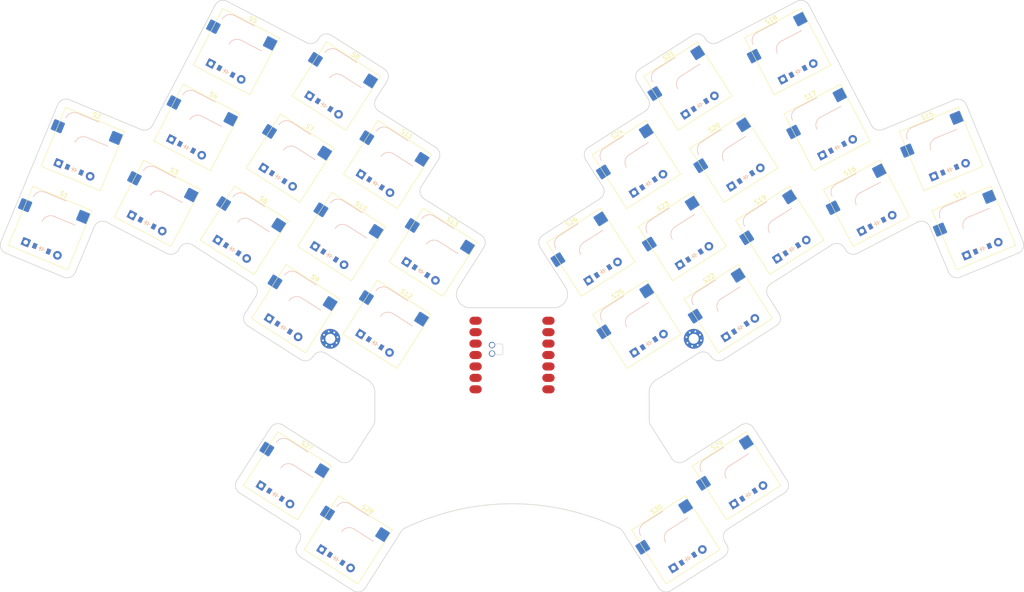
<source format=kicad_pcb>
(kicad_pcb (version 20241229) (generator "pcbnew") (generator_version "9.0")
  (layers (0 "F.Cu" signal) (2 "B.Cu" signal) (13 "F.Paste" user) (15 "B.Paste" user) (5 "F.SilkS" user "F.Silkscreen") (7 "B.SilkS" user "B.Silkscreen") (1 "F.Mask" user) (3 "B.Mask" user) (25 "Edge.Cuts" user))
  (net 0 "")
  (net 1 "P2")
  (net 2 "pinky_bottom")
  (net 3 "P0")
  (net 4 "pinky_home")
  (net 5 "P4")
  (net 6 "ring_bottom")
  (net 7 "P3")
  (net 8 "ring_home")
  (net 9 "P1")
  (net 10 "ring_top")
  (net 11 "P5")
  (net 12 "middle_bottom")
  (net 13 "middle_home")
  (net 14 "middle_top")
  (net 15 "index_bottom")
  (net 16 "index_home")
  (net 17 "index_top")
  (net 18 "inner_home")
  (net 19 "inner_top")
  (net 20 "mirror_pinky_bottom")
  (net 21 "mirror_pinky_home")
  (net 22 "mirror_ring_bottom")
  (net 23 "mirror_ring_home")
  (net 24 "mirror_ring_top")
  (net 25 "mirror_middle_bottom")
  (net 26 "mirror_middle_home")
  (net 27 "mirror_middle_top")
  (net 28 "mirror_index_bottom")
  (net 29 "mirror_index_home")
  (net 30 "mirror_index_top")
  (net 31 "mirror_inner_home")
  (net 32 "mirror_inner_top")
  (net 33 "tucky_default")
  (net 34 "reachy_default")
  (net 35 "mirror_tucky_default")
  (net 36 "mirror_reachy_default")
  (net 37 "P6")
  (net 38 "P7")
  (net 39 "P8")
  (net 40 "P10")
  (net 41 "P9")
  (net 42 "RAW5V")
  (net 43 "GND")
  (net 44 "RAW3V3")
  (net 45 "BAT_POS")
  (net 46 "BAT_NEG")
  (footprint "ComboDiode" (layer "F.Cu") (at 165.232026 81.366957 32.5)
    (property "Reference" "D26" (hide yes))
    (property "Value" "" (hide yes))
    (pad "1" thru_hole rect (at -3.81 0.000001 32.5) (size 1.778 1.778) (drill 0.9906) (layers "*.Cu" "*.Mask") (net 39 "P8"))
    (pad "1" smd rect (at -1.65 0 32.5) (size 0.9 1.2) (layers "F.Cu" "F.Mask" "F.Paste") (net 39 "P8"))
    (pad "1" smd rect (at -1.65 0 32.5) (size 0.9 1.2) (layers "B.Cu" "B.Mask" "B.Paste") (net 39 "P8"))
    (pad "2" smd rect (at 1.65 0 32.5) (size 0.9 1.2) (layers "F.Cu" "F.Mask" "F.Paste") (net 32 "mirror_inner_top"))
    (pad "2" smd rect (at 1.65 0 32.5) (size 0.9 1.2) (layers "B.Cu" "B.Mask" "B.Paste") (net 32 "mirror_inner_top"))
    (pad "2" thru_hole circle (at 3.81 -0.000001 32.5) (size 1.905 1.905) (drill 0.9906) (layers "*.Cu" "*.Mask") (net 32 "mirror_inner_top"))
  )
  (footprint "PCM_Switch_Keyboard_Hotswap_Kailh:SW_Hotswap_Kailh_MX" (layer "F.Cu") (at 181.405118 141.054786 32.5)
    (property "Reference" "S30" (at 0 -8 32.5) (layer "F.SilkS"))
    (property "Value" "")
    (pad "" np_thru_hole circle (at -5.08 0 32.5) (size 1.75 1.75) (drill 1.75) (layers "*.Cu" "*.Mask"))
    (pad "" np_thru_hole circle (at -3.81 -2.54 32.5) (size 3.05 3.05) (drill 3.05) (layers "*.Cu" "*.Mask"))
    (pad "" np_thru_hole circle (at 0 0 32.5) (size 4 4) (drill 4) (layers "*.Cu" "*.Mask"))
    (pad "" np_thru_hole circle (at 2.54 -5.080001 32.5) (size 3.05 3.05) (drill 3.05) (layers "*.Cu" "*.Mask"))
    (pad "" np_thru_hole circle (at 5.08 0 32.5) (size 1.75 1.75) (drill 1.75) (layers "*.Cu" "*.Mask"))
    (pad "1" smd roundrect (at -7.084999 -2.54 32.5) (size 2.55 2.5) (layers "B.Cu" "B.Mask" "B.Paste") (roundrect_rratio 0.1) (net 11 "P5"))
    (pad "2" smd roundrect (at 5.842 -5.08 32.5) (size 2.55 2.5) (layers "B.Cu" "B.Mask" "B.Paste") (roundrect_rratio 0.1) (net 36 "mirror_reachy_default"))
  )
  (footprint "ComboDiode" (layer "F.Cu") (at 217.341981 53.83123 27.5)
    (property "Reference" "D17" (hide yes))
    (property "Value" "" (hide yes))
    (pad "1" thru_hole rect (at -3.81 0 27.5) (size 1.778 1.778) (drill 0.9906) (layers "*.Cu" "*.Mask") (net 40 "P10"))
    (pad "1" smd rect (at -1.65 0 27.5) (size 0.9 1.2) (layers "F.Cu" "F.Mask" "F.Paste") (net 40 "P10"))
    (pad "1" smd rect (at -1.65 0 27.5) (size 0.9 1.2) (layers "B.Cu" "B.Mask" "B.Paste") (net 40 "P10"))
    (pad "2" smd rect (at 1.65 0 27.5) (size 0.9 1.2) (layers "F.Cu" "F.Mask" "F.Paste") (net 23 "mirror_ring_home"))
    (pad "2" smd rect (at 1.65 0 27.5) (size 0.9 1.2) (layers "B.Cu" "B.Mask" "B.Paste") (net 23 "mirror_ring_home"))
    (pad "2" thru_hole circle (at 3.81 0 27.5) (size 1.905 1.905) (drill 0.9906) (layers "*.Cu" "*.Mask") (net 23 "mirror_ring_home"))
  )
  (footprint "PCM_Switch_Keyboard_Hotswap_Kailh:SW_Hotswap_Kailh_MX" (layer "F.Cu") (at 194.288143 56.251882 32.5)
    (property "Reference" "S20" (at 0 -8 32.5) (layer "F.SilkS"))
    (property "Value" "")
    (pad "" np_thru_hole circle (at -5.08 0 32.5) (size 1.75 1.75) (drill 1.75) (layers "*.Cu" "*.Mask"))
    (pad "" np_thru_hole circle (at -3.81 -2.54 32.5) (size 3.05 3.05) (drill 3.05) (layers "*.Cu" "*.Mask"))
    (pad "" np_thru_hole circle (at 0 0 32.5) (size 4 4) (drill 4) (layers "*.Cu" "*.Mask"))
    (pad "" np_thru_hole circle (at 2.54 -5.080001 32.5) (size 3.05 3.05) (drill 3.05) (layers "*.Cu" "*.Mask"))
    (pad "" np_thru_hole circle (at 5.08 0 32.5) (size 1.75 1.75) (drill 1.75) (layers "*.Cu" "*.Mask"))
    (pad "1" smd roundrect (at -7.084999 -2.54 32.5) (size 2.55 2.5) (layers "B.Cu" "B.Mask" "B.Paste") (roundrect_rratio 0.1) (net 7 "P3"))
    (pad "2" smd roundrect (at 5.842 -5.08 32.5) (size 2.55 2.5) (layers "B.Cu" "B.Mask" "B.Paste") (roundrect_rratio 0.1) (net 26 "mirror_middle_home"))
  )
  (footprint "PCM_Switch_Keyboard_Hotswap_Kailh:SW_Hotswap_Kailh_MX" (layer "F.Cu") (at 215.033238 49.396176 27.5)
    (property "Reference" "S17" (at 0 -8 27.5) (layer "F.SilkS"))
    (property "Value" "")
    (pad "" np_thru_hole circle (at -5.08 0 27.5) (size 1.75 1.75) (drill 1.75) (layers "*.Cu" "*.Mask"))
    (pad "" np_thru_hole circle (at -3.81 -2.54 27.5) (size 3.05 3.05) (drill 3.05) (layers "*.Cu" "*.Mask"))
    (pad "" np_thru_hole circle (at 0 0 27.5) (size 4 4) (drill 4) (layers "*.Cu" "*.Mask"))
    (pad "" np_thru_hole circle (at 2.540001 -5.08 27.5) (size 3.05 3.05) (drill 3.05) (layers "*.Cu" "*.Mask"))
    (pad "" np_thru_hole circle (at 5.08 0 27.5) (size 1.75 1.75) (drill 1.75) (layers "*.Cu" "*.Mask"))
    (pad "1" smd roundrect (at -7.085 -2.54 27.5) (size 2.55 2.5) (layers "B.Cu" "B.Mask" "B.Paste") (roundrect_rratio 0.1) (net 1 "P2"))
    (pad "2" smd roundrect (at 5.842 -5.08 27.5) (size 2.55 2.5) (layers "B.Cu" "B.Mask" "B.Paste") (roundrect_rratio 0.1) (net 23 "mirror_ring_home"))
  )
  (footprint "PCM_Switch_Keyboard_Hotswap_Kailh:SW_Hotswap_Kailh_MX" (layer "F.Cu") (at 172.754221 93.174438 32.5)
    (property "Reference" "S25" (at 0 -8 32.5) (layer "F.SilkS"))
    (property "Value" "")
    (pad "" np_thru_hole circle (at -5.08 0 32.5) (size 1.75 1.75) (drill 1.75) (layers "*.Cu" "*.Mask"))
    (pad "" np_thru_hole circle (at -3.81 -2.54 32.5) (size 3.05 3.05) (drill 3.05) (layers "*.Cu" "*.Mask"))
    (pad "" np_thru_hole circle (at 0 0 32.5) (size 4 4) (drill 4) (layers "*.Cu" "*.Mask"))
    (pad "" np_thru_hole circle (at 2.54 -5.080001 32.5) (size 3.05 3.05) (drill 3.05) (layers "*.Cu" "*.Mask"))
    (pad "" np_thru_hole circle (at 5.08 0 32.5) (size 1.75 1.75) (drill 1.75) (layers "*.Cu" "*.Mask"))
    (pad "1" smd roundrect (at -7.084999 -2.54 32.5) (size 2.55 2.5) (layers "B.Cu" "B.Mask" "B.Paste") (roundrect_rratio 0.1) (net 7 "P3"))
    (pad "2" smd roundrect (at 5.842 -5.08 32.5) (size 2.55 2.5) (layers "B.Cu" "B.Mask" "B.Paste") (roundrect_rratio 0.1) (net 31 "mirror_inner_home"))
  )
  (footprint "ComboDiode" (layer "F.Cu") (at 114.559281 97.391395 -32.5)
    (property "Reference" "D12" (hide yes))
    (property "Value" "" (hide yes))
    (pad "1" thru_hole rect (at -3.81 -0.000001 327.5) (size 1.778 1.778) (drill 0.9906) (layers "*.Cu" "*.Mask") (net 39 "P8"))
    (pad "1" smd rect (at -1.65 0 327.5) (size 0.9 1.2) (layers "F.Cu" "F.Mask" "F.Paste") (net 39 "P8"))
    (pad "1" smd rect (at -1.65 0 327.5) (size 0.9 1.2) (layers "B.Cu" "B.Mask" "B.Paste") (net 39 "P8"))
    (pad "2" smd rect (at 1.65 0 327.5) (size 0.9 1.2) (layers "F.Cu" "F.Mask" "F.Paste") (net 18 "inner_home"))
    (pad "2" smd rect (at 1.65 0 327.5) (size 0.9 1.2) (layers "B.Cu" "B.Mask" "B.Paste") (net 18 "inner_home"))
    (pad "2" thru_hole circle (at 3.81 0.000001 327.5) (size 1.905 1.905) (drill 0.9906) (layers "*.Cu" "*.Mask") (net 18 "inner_home"))
  )
  (footprint "PCM_Switch_Keyboard_Hotswap_Kailh:SW_Hotswap_Kailh_MX" (layer "F.Cu") (at 206.260014 32.54297 27.5)
    (property "Reference" "S18" (at 0 -8 27.5) (layer "F.SilkS"))
    (property "Value" "")
    (pad "" np_thru_hole circle (at -5.08 0 27.5) (size 1.75 1.75) (drill 1.75) (layers "*.Cu" "*.Mask"))
    (pad "" np_thru_hole circle (at -3.81 -2.54 27.5) (size 3.05 3.05) (drill 3.05) (layers "*.Cu" "*.Mask"))
    (pad "" np_thru_hole circle (at 0 0 27.5) (size 4 4) (drill 4) (layers "*.Cu" "*.Mask"))
    (pad "" np_thru_hole circle (at 2.540001 -5.08 27.5) (size 3.05 3.05) (drill 3.05) (layers "*.Cu" "*.Mask"))
    (pad "" np_thru_hole circle (at 5.08 0 27.5) (size 1.75 1.75) (drill 1.75) (layers "*.Cu" "*.Mask"))
    (pad "1" smd roundrect (at -7.085 -2.54 27.5) (size 2.55 2.5) (layers "B.Cu" "B.Mask" "B.Paste") (roundrect_rratio 0.1) (net 3 "P0"))
    (pad "2" smd roundrect (at 5.842 -5.08 27.5) (size 2.55 2.5) (layers "B.Cu" "B.Mask" "B.Paste") (roundrect_rratio 0.1) (net 24 "mirror_ring_top"))
  )
  (footprint "ComboDiode" (layer "F.Cu") (at 105.908384 145.271743 -32.5)
    (property "Reference" "D28" (hide yes))
    (property "Value" "" (hide yes))
    (pad "1" thru_hole rect (at -3.81 -0.000001 327.5) (size 1.778 1.778) (drill 0.9906) (layers "*.Cu" "*.Mask") (net 39 "P8"))
    (pad "1" smd rect (at -1.65 0 327.5) (size 0.9 1.2) (layers "F.Cu" "F.Mask" "F.Paste") (net 39 "P8"))
    (pad "1" smd rect (at -1.65 0 327.5) (size 0.9 1.2) (layers "B.Cu" "B.Mask" "B.Paste") (net 39 "P8"))
    (pad "2" smd rect (at 1.65 0 327.5) (size 0.9 1.2) (layers "F.Cu" "F.Mask" "F.Paste") (net 34 "reachy_default"))
    (pad "2" smd rect (at 1.65 0 327.5) (size 0.9 1.2) (layers "B.Cu" "B.Mask" "B.Paste") (net 34 "reachy_default"))
    (pad "2" thru_hole circle (at 3.81 0.000001 327.5) (size 1.905 1.905) (drill 0.9906) (layers "*.Cu" "*.Mask") (net 34 "reachy_default"))
  )
  (footprint "PCM_Switch_Keyboard_Hotswap_Kailh:SW_Hotswap_Kailh_MX" (layer "F.Cu") (at 95.122618 126.839984 -32.5)
    (property "Reference" "S27" (at 0 -8 327.5) (layer "F.SilkS"))
    (property "Value" "")
    (pad "" np_thru_hole circle (at -5.08 0 327.5) (size 1.75 1.75) (drill 1.75) (layers "*.Cu" "*.Mask"))
    (pad "" np_thru_hole circle (at -3.81 -2.54 327.5) (size 3.05 3.05) (drill 3.05) (layers "*.Cu" "*.Mask"))
    (pad "" np_thru_hole circle (at 0 0 327.5) (size 4 4) (drill 4) (layers "*.Cu" "*.Mask"))
    (pad "" np_thru_hole circle (at 2.54 -5.08 327.5) (size 3.05 3.05) (drill 3.05) (layers "*.Cu" "*.Mask"))
    (pad "" np_thru_hole circle (at 5.08 0 327.5) (size 1.75 1.75) (drill 1.75) (layers "*.Cu" "*.Mask"))
    (pad "1" smd roundrect (at -7.085 -2.54 327.5) (size 2.55 2.5) (layers "B.Cu" "B.Mask" "B.Paste") (roundrect_rratio 0.1) (net 11 "P5"))
    (pad "2" smd roundrect (at 5.842 -5.08 327.5) (size 2.55 2.5) (layers "B.Cu" "B.Mask" "B.Paste") (roundrect_rratio 0.1) (net 33 "tucky_default"))
  )
  (footprint "PCM_Switch_Keyboard_Hotswap_Kailh:SW_Hotswap_Kailh_MX" (layer "F.Cu") (at 49.631343 54.204691 -22.5)
    (property "Reference" "S2" (at 0 -8 337.5) (layer "F.SilkS"))
    (property "Value" "")
    (pad "" np_thru_hole circle (at -5.08 0 337.5) (size 1.75 1.75) (drill 1.75) (layers "*.Cu" "*.Mask"))
    (pad "" np_thru_hole circle (at -3.81 -2.54 337.5) (size 3.05 3.05) (drill 3.05) (layers "*.Cu" "*.Mask"))
    (pad "" np_thru_hole circle (at 0 0 337.5) (size 4 4) (drill 4) (layers "*.Cu" "*.Mask"))
    (pad "" np_thru_hole circle (at 2.54 -5.08 337.5) (size 3.05 3.05) (drill 3.05) (layers "*.Cu" "*.Mask"))
    (pad "" np_thru_hole circle (at 5.08 0 337.5) (size 1.75 1.75) (drill 1.75) (layers "*.Cu" "*.Mask"))
    (pad "1" smd roundrect (at -7.085 -2.54 337.5) (size 2.55 2.5) (layers "B.Cu" "B.Mask" "B.Paste") (roundrect_rratio 0.1) (net 3 "P0"))
    (pad "2" smd roundrect (at 5.842 -5.08 337.5) (size 2.55 2.5) (layers "B.Cu" "B.Mask" "B.Paste") (roundrect_rratio 0.1) (net 4 "pinky_home"))
  )
  (footprint "ComboDiode" (layer "F.Cu") (at 92.43612 131.056941 -32.5)
    (property "Reference" "D27" (hide yes))
    (property "Value" "" (hide yes))
    (pad "1" thru_hole rect (at -3.81 -0.000001 327.5) (size 1.778 1.778) (drill 0.9906) (layers "*.Cu" "*.Mask") (net 38 "P7"))
    (pad "1" smd rect (at -1.65 0 327.5) (size 0.9 1.2) (layers "F.Cu" "F.Mask" "F.Paste") (net 38 "P7"))
    (pad "1" smd rect (at -1.65 0 327.5) (size 0.9 1.2) (layers "B.Cu" "B.Mask" "B.Paste") (net 38 "P7"))
    (pad "2" smd rect (at 1.65 0 327.5) (size 0.9 1.2) (layers "F.Cu" "F.Mask" "F.Paste") (net 33 "tucky_default"))
    (pad "2" smd rect (at 1.65 0 327.5) (size 0.9 1.2) (layers "B.Cu" "B.Mask" "B.Paste") (net 33 "tucky_default"))
    (pad "2" thru_hole circle (at 3.81 0.000001 327.5) (size 1.905 1.905) (drill 0.9906) (layers "*.Cu" "*.Mask") (net 33 "tucky_default"))
  )
  (footprint "ComboDiode" (layer "F.Cu") (at 124.767974 81.366957 -32.5)
    (property "Reference" "D13" (hide yes))
    (property "Value" "" (hide yes))
    (pad "1" thru_hole rect (at -3.81 -0.000001 327.5) (size 1.778 1.778) (drill 0.9906) (layers "*.Cu" "*.Mask") (net 39 "P8"))
    (pad "1" smd rect (at -1.65 0 327.5) (size 0.9 1.2) (layers "F.Cu" "F.Mask" "F.Paste") (net 39 "P8"))
    (pad "1" smd rect (at -1.65 0 327.5) (size 0.9 1.2) (layers "B.Cu" "B.Mask" "B.Paste") (net 39 "P8"))
    (pad "2" smd rect (at 1.65 0 327.5) (size 0.9 1.2) (layers "F.Cu" "F.Mask" "F.Paste") (net 19 "inner_top"))
    (pad "2" smd rect (at 1.65 0 327.5) (size 0.9 1.2) (layers "B.Cu" "B.Mask" "B.Paste") (net 19 "inner_top"))
    (pad "2" thru_hole circle (at 3.81 0.000001 327.5) (size 1.905 1.905) (drill 0.9906) (layers "*.Cu" "*.Mask") (net 19 "inner_top"))
  )
  (footprint "ComboDiode" (layer "F.Cu") (at 185.544115 77.888528 32.5)
    (property "Reference" "D23" (hide yes))
    (property "Value" "" (hide yes))
    (pad "1" thru_hole rect (at -3.81 0.000001 32.5) (size 1.778 1.778) (drill 0.9906) (layers "*.Cu" "*.Mask") (net 41 "P9"))
    (pad "1" smd rect (at -1.65 0 32.5) (size 0.9 1.2) (layers "F.Cu" "F.Mask" "F.Paste") (net 41 "P9"))
    (pad "1" smd rect (at -1.65 0 32.5) (size 0.9 1.2) (layers "B.Cu" "B.Mask" "B.Paste") (net 41 "P9"))
    (pad "2" smd rect (at 1.65 0 32.5) (size 0.9 1.2) (layers "F.Cu" "F.Mask" "F.Paste") (net 29 "mirror_index_home"))
    (pad "2" smd rect (at 1.65 0 32.5) (size 0.9 1.2) (layers "B.Cu" "B.Mask" "B.Paste") (net 29 "mirror_index_home"))
    (pad "2" thru_hole circle (at 3.81 -0.000001 32.5) (size 1.905 1.905) (drill 0.9906) (layers "*.Cu" "*.Mask") (net 29 "mirror_index_home"))
  )
  (footprint "PCM_Switch_Keyboard_Hotswap_Kailh:SW_Hotswap_Kailh_MX" (layer "F.Cu") (at 85.503165 72.276319 -32.5)
    (property "Reference" "S6" (at 0 -8 327.5) (layer "F.SilkS"))
    (property "Value" "")
    (pad "" np_thru_hole circle (at -5.08 0 327.5) (size 1.75 1.75) (drill 1.75) (layers "*.Cu" "*.Mask"))
    (pad "" np_thru_hole circle (at -3.81 -2.54 327.5) (size 3.05 3.05) (drill 3.05) (layers "*.Cu" "*.Mask"))
    (pad "" np_thru_hole circle (at 0 0 327.5) (size 4 4) (drill 4) (layers "*.Cu" "*.Mask"))
    (pad "" np_thru_hole circle (at 2.54 -5.08 327.5) (size 3.05 3.05) (drill 3.05) (layers "*.Cu" "*.Mask"))
    (pad "" np_thru_hole circle (at 5.08 0 327.5) (size 1.75 1.75) (drill 1.75) (layers "*.Cu" "*.Mask"))
    (pad "1" smd roundrect (at -7.085 -2.54 327.5) (size 2.55 2.5) (layers "B.Cu" "B.Mask" "B.Paste") (roundrect_rratio 0.1) (net 11 "P5"))
    (pad "2" smd roundrect (at 5.842 -5.08 327.5) (size 2.55 2.5) (layers "B.Cu" "B.Mask" "B.Paste") (roundrect_rratio 0.1) (net 12 "middle_bottom"))
  )
  (footprint "mcu:xiao-ble-smd-cutout" (layer "F.Cu") (at 145 100)
    (property "Reference" "MCU1" (hide yes))
    (property "Value" "xiao-ble" (hide yes))
    (fp_line (start -4.699 -0.7488) (end -4.699 -1.7902) (stroke (width 0.12)) (layer "Edge.Cuts"))
    (fp_line (start -4.0132 -2.476) (end -2.413 -2.476) (stroke (width 0.12)) (layer "Edge.Cuts"))
    (fp_line (start -2.413 -0.063) (end -4.0132 -0.063) (stroke (width 0.12)) (layer "Edge.Cuts"))
    (fp_line (start -2.032 -2.095) (end -2.032 -0.444) (stroke (width 0.12)) (layer "Edge.Cuts"))
    (fp_arc (start -4.699 -0.7488) (mid -4.095391 -0.666609) (end -4.0132 -0.063) (stroke (width 0.12)) (layer "Edge.Cuts"))
    (fp_arc (start -4.0132 -2.476) (mid -4.095391 -1.872391) (end -4.699 -1.7902) (stroke (width 0.12)) (layer "Edge.Cuts"))
    (fp_arc (start -2.413 -2.476) (mid -2.143592 -2.364408) (end -2.032 -2.095) (stroke (width 0.12)) (layer "Edge.Cuts"))
    (fp_arc (start -2.032 -0.444) (mid -2.143592 -0.174592) (end -2.413 -0.063) (stroke (width 0.12)) (layer "Edge.Cuts"))
    (pad "1" smd oval (at -8.56996 -7.62 180) (size 2.75 1.8) (drill (offset -0.475 0)) (layers "F.Cu" "F.Mask" "F.Paste") (net 3 "P0"))
    (pad "2" smd oval (at -8.56996 -5.08 180) (size 2.75 1.8) (drill (offset -0.475 0)) (layers "F.Cu" "F.Mask" "F.Paste") (net 9 "P1"))
    (pad "3" smd oval (at -8.56996 -2.54 180) (size 2.75 1.8) (drill (offset -0.475 0)) (layers "F.Cu" "F.Mask" "F.Paste") (net 1 "P2"))
    (pad "4" smd oval (at -8.56996 0 180) (size 2.75 1.8) (drill (offset -0.475 0)) (layers "F.Cu" "F.Mask" "F.Paste") (net 7 "P3"))
    (pad "5" smd oval (at -8.56996 2.54 180) (size 2.75 1.8) (drill (offset -0.475 0)) (layers "F.Cu" "F.Mask" "F.Paste") (net 5 "P4"))
    (pad "6" smd oval (at -8.56996 5.08 180) (size 2.75 1.8) (drill (offset -0.475 0)) (layers "F.Cu" "F.Mask" "F.Paste") (net 11 "P5"))
    (pad "7" smd oval (at -8.56996 7.62 180) (size 2.75 1.8) (drill (offset -0.475 0)) (layers "F.Cu" "F.Mask" "F.Paste") (net 37 "P6"))
    (pad "8" smd oval (at 8.56996 7.62) (size 2.75 1.8) (drill (offset -0.475 0)) (layers "F.Cu" "F.Mask" "F.Paste") (net 38 "P7"))
    (pad "9" smd oval (at 8.56996 5.08) (size 2.75 1.8) (drill (offset -0.475 0)) (layers "F.Cu" "F.Mask" "F.Paste") (net 39 "P8"))
    (pad "10" smd oval (at 8.56996 2.54) (size 2.75 1.8) (drill (offset -0.475 0)) (layers "F.Cu" "F.Mask" "F.Paste") (net 41 "P9"))
    (pad "11" smd oval (at 8.56996 0) (size 2.75 1.8) (drill (offset -0.475 0)) (layers "F.Cu" "F.Mask" "F.Paste") (net 40 "P10"))
    (pad "12" smd oval (at 8.56996 -2.54) (size 2.75 1.8) (drill (offset -0.475 0)) (layers "F.Cu" "F.Mask" "F.Paste") (net 44 "RAW3V3"))
    (pad "13" smd oval (at 8.56996 -5.08) (size 2.75 1.8) (drill (offset -0.475 0)) (layers "F.Cu" "F.Mask" "F.Paste") (net 43 "GND"))
    (pad "14" smd oval (at 8.56996 -7.62) (size 2.75 1.8) (drill (offset -0.475 0)) (layers "F.Cu" "F.Mask" "F.Paste") (net 42 "RAW5V"))
    (pad "19" thru_hole circle (at -4.445 -0.317 180) (size 1.397 1.397) (drill 1.016) (layers "*.Cu" "*.Mask") (net 45 "BAT_POS"))
    (pad "20" thru_hole circle (at -4.445 -2.222 180) (size 1.397 1.397) (drill 1.016) (layers "*.Cu" "*.Mask") (net 46 "BAT_NEG"))
  )
  (footprint "ComboDiode" (layer "F.Cu") (at 81.431243 36.978025 -27.5)
    (property "Reference" "D5" (hide yes))
    (property "Value" "" (hide yes))
    (pad "1" thru_hole rect (at -3.81 0 332.5) (size 1.778 1.778) (drill 0.9906) (layers "*.Cu" "*.Mask") (net 37 "P6"))
    (pad "1" smd rect (at -1.65 0 332.5) (size 0.9 1.2) (layers "F.Cu" "F.Mask" "F.Paste") (net 37 "P6"))
    (pad "1" smd rect (at -1.65 0 332.5) (size 0.9 1.2) (layers "B.Cu" "B.Mask" "B.Paste") (net 37 "P6"))
    (pad "2" smd rect (at 1.65 0 332.5) (size 0.9 1.2) (layers "F.Cu" "F.Mask" "F.Paste") (net 10 "ring_top"))
    (pad "2" smd rect (at 1.65 0 332.5) (size 0.9 1.2) (layers "B.Cu" "B.Mask" "B.Paste") (net 10 "ring_top"))
    (pad "2" thru_hole circle (at 3.81 0 332.5) (size 1.905 1.905) (drill 0.9906) (layers "*.Cu" "*.Mask") (net 10 "ring_top"))
  )
  (footprint "ComboDiode" (layer "F.Cu") (at 47.717925 58.824089 -22.5)
    (property "Reference" "D2" (hide yes))
    (property "Value" "" (hide yes))
    (pad "1" thru_hole rect (at -3.81 0 337.5) (size 1.778 1.778) (drill 0.9906) (layers "*.Cu" "*.Mask") (net 37 "P6"))
    (pad "1" smd rect (at -1.65 0 337.5) (size 0.9 1.2) (layers "F.Cu" "F.Mask" "F.Paste") (net 37 "P6"))
    (pad "1" smd rect (at -1.65 0 337.5) (size 0.9 1.2) (layers "B.Cu" "B.Mask" "B.Paste") (net 37 "P6"))
    (pad "2" smd rect (at 1.65 0 337.5) (size 0.9 1.2) (layers "F.Cu" "F.Mask" "F.Paste") (net 4 "pinky_home"))
    (pad "2" smd rect (at 1.65 0 337.5) (size 0.9 1.2) (layers "B.Cu" "B.Mask" "B.Paste") (net 4 "pinky_home"))
    (pad "2" thru_hole circle (at 3.81 0 337.5) (size 1.905 1.905) (drill 0.9906) (layers "*.Cu" "*.Mask") (net 4 "pinky_home"))
  )
  (footprint "PCM_Switch_Keyboard_Hotswap_Kailh:SW_Hotswap_Kailh_MX" (layer "F.Cu") (at 184.07945 40.227444 32.5)
    (property "Reference" "S21" (at 0 -8 32.5) (layer "F.SilkS"))
    (property "Value" "")
    (pad "" np_thru_hole circle (at -5.08 0 32.5) (size 1.75 1.75) (drill 1.75) (layers "*.Cu" "*.Mask"))
    (pad "" np_thru_hole circle (at -3.81 -2.54 32.5) (size 3.05 3.05) (drill 3.05) (layers "*.Cu" "*.Mask"))
    (pad "" np_thru_hole circle (at 0 0 32.5) (size 4 4) (drill 4) (layers "*.Cu" "*.Mask"))
    (pad "" np_thru_hole circle (at 2.54 -5.080001 32.5) (size 3.05 3.05) (drill 3.05) (layers "*.Cu" "*.Mask"))
    (pad "" np_thru_hole circle (at 5.08 0 32.5) (size 1.75 1.75) (drill 1.75) (layers "*.Cu" "*.Mask"))
    (pad "1" smd roundrect (at -7.084999 -2.54 32.5) (size 2.55 2.5) (layers "B.Cu" "B.Mask" "B.Paste") (roundrect_rratio 0.1) (net 9 "P1"))
    (pad "2" smd roundrect (at 5.842 -5.08 32.5) (size 2.55 2.5) (layers "B.Cu" "B.Mask" "B.Paste") (roundrect_rratio 0.1) (net 27 "mirror_middle_top"))
  )
  (footprint "PCM_Switch_Keyboard_Hotswap_Kailh:SW_Hotswap_Kailh_MX" (layer "F.Cu") (at 66.193539 66.249382 -27.5)
    (property "Reference" "S3" (at 0 -8 332.5) (layer "F.SilkS"))
    (property "Value" "")
    (pad "" np_thru_hole circle (at -5.08 0 332.5) (size 1.75 1.75) (drill 1.75) (layers "*.Cu" "*.Mask"))
    (pad "" np_thru_hole circle (at -3.81 -2.54 332.5) (size 3.05 3.05) (drill 3.05) (layers "*.Cu" "*.Mask"))
    (pad "" np_thru_hole circle (at 0 0 332.5) (size 4 4) (drill 4) (layers "*.Cu" "*.Mask"))
    (pad "" np_thru_hole circle (at 2.539999 -5.08 332.5) (size 3.05 3.05) (drill 3.05) (layers "*.Cu" "*.Mask"))
    (pad "" np_thru_hole circle (at 5.08 0 332.5) (size 1.75 1.75) (drill 1.75) (layers "*.Cu" "*.Mask"))
    (pad "1" smd roundrect (at -7.085 -2.54 332.5) (size 2.55 2.5) (layers "B.Cu" "B.Mask" "B.Paste") (roundrect_rratio 0.1) (net 5 "P4"))
    (pad "2" smd roundrect (at 5.842 -5.08 332.5) (size 2.55 2.5) (layers "B.Cu" "B.Mask" "B.Paste") (roundrect_rratio 0.1) (net 6 "ring_bottom"))
  )
  (footprint "ComboDiode" (layer "F.Cu") (at 186.765948 44.444402 32.5)
    (property "Reference" "D21" (hide yes))
    (property "Value" "" (hide yes))
    (pad "1" thru_hole rect (at -3.81 0.000001 32.5) (size 1.778 1.778) (drill 0.9906) (layers "*.Cu" "*.Mask") (net 41 "P9"))
    (pad "1" smd rect (at -1.65 0 32.5) (size 0.9 1.2) (layers "F.Cu" "F.Mask" "F.Paste") (net 41 "P9"))
    (pad "1" smd rect (at -1.65 0 32.5) (size 0.9 1.2) (layers "B.Cu" "B.Mask" "B.Paste") (net 41 "P9"))
    (pad "2" smd rect (at 1.65 0 32.5) (size 0.9 1.2) (layers "F.Cu" "F.Mask" "F.Paste") (net 27 "mirror_middle_top"))
    (pad "2" smd rect (at 1.65 0 32.5) (size 0.9 1.2) (layers "B.Cu" "B.Mask" "B.Paste") (net 27 "mirror_middle_top"))
    (pad "2" thru_hole circle (at 3.81 -0.000001 32.5) (size 1.905 1.905) (drill 0.9906) (layers "*.Cu" "*.Mask") (net 27 "mirror_middle_top"))
  )
  (footprint "ComboDiode" (layer "F.Cu") (at 196.974641 60.468839 32.5)
    (property "Reference" "D20" (hide yes))
    (property "Value" "" (hide yes))
    (pad "1" thru_hole rect (at -3.81 0.000001 32.5) (size 1.778 1.778) (drill 0.9906) (layers "*.Cu" "*.Mask") (net 41 "P9"))
    (pad "1" smd rect (at -1.65 0 32.5) (size 0.9 1.2) (layers "F.Cu" "F.Mask" "F.Paste") (net 41 "P9"))
    (pad "1" smd rect (at -1.65 0 32.5) (size 0.9 1.2) (layers "B.Cu" "B.Mask" "B.Paste") (net 41 "P9"))
    (pad "2" smd rect (at 1.65 0 32.5) (size 0.9 1.2) (layers "F.Cu" "F.Mask" "F.Paste") (net 26 "mirror_middle_home"))
    (pad "2" smd rect (at 1.65 0 32.5) (size 0.9 1.2) (layers "B.Cu" "B.Mask" "B.Paste") (net 26 "mirror_middle_home"))
    (pad "2" thru_hole circle (at 3.81 -0.000001 32.5) (size 1.905 1.905) (drill 0.9906) (layers "*.Cu" "*.Mask") (net 26 "mirror_middle_home"))
  )
  (footprint "ComboDiode" (layer "F.Cu") (at 208.568757 36.978025 27.5)
    (property "Reference" "D18" (hide yes))
    (property "Value" "" (hide yes))
    (pad "1" thru_hole rect (at -3.81 0 27.5) (size 1.778 1.778) (drill 0.9906) (layers "*.Cu" "*.Mask") (net 40 "P10"))
    (pad "1" smd rect (at -1.65 0 27.5) (size 0.9 1.2) (layers "F.Cu" "F.Mask" "F.Paste") (net 40 "P10"))
    (pad "1" smd rect (at -1.65 0 27.5) (size 0.9 1.2) (layers "B.Cu" "B.Mask" "B.Paste") (net 40 "P10"))
    (pad "2" smd rect (at 1.65 0 27.5) (size 0.9 1.2) (layers "F.Cu" "F.Mask" "F.Paste") (net 24 "mirror_ring_top"))
    (pad "2" smd rect (at 1.65 0 27.5) (size 0.9 1.2) (layers "B.Cu" "B.Mask" "B.Paste") (net 24 "mirror_ring_top"))
    (pad "2" thru_hole circle (at 3.81 0 27.5) (size 1.905 1.905) (drill 0.9906) (layers "*.Cu" "*.Mask") (net 24 "mirror_ring_top"))
  )
  (footprint "PCM_Switch_Keyboard_Hotswap_Kailh:SW_Hotswap_Kailh_MX" (layer "F.Cu") (at 74.966762 49.396176 -27.5)
    (property "Reference" "S4" (at 0 -8 332.5) (layer "F.SilkS"))
    (property "Value" "")
    (pad "" np_thru_hole circle (at -5.08 0 332.5) (size 1.75 1.75) (drill 1.75) (layers "*.Cu" "*.Mask"))
    (pad "" np_thru_hole circle (at -3.81 -2.54 332.5) (size 3.05 3.05) (drill 3.05) (layers "*.Cu" "*.Mask"))
    (pad "" np_thru_hole circle (at 0 0 332.5) (size 4 4) (drill 4) (layers "*.Cu" "*.Mask"))
    (pad "" np_thru_hole circle (at 2.539999 -5.08 332.5) (size 3.05 3.05) (drill 3.05) (layers "*.Cu" "*.Mask"))
    (pad "" np_thru_hole circle (at 5.08 0 332.5) (size 1.75 1.75) (drill 1.75) (layers "*.Cu" "*.Mask"))
    (pad "1" smd roundrect (at -7.085 -2.54 332.5) (size 2.55 2.5) (layers "B.Cu" "B.Mask" "B.Paste") (roundrect_rratio 0.1) (net 7 "P3"))
    (pad "2" smd roundrect (at 5.842 -5.08 332.5) (size 2.55 2.5) (layers "B.Cu" "B.Mask" "B.Paste") (roundrect_rratio 0.1) (net 8 "ring_home"))
  )
  (footprint "PCM_Switch_Keyboard_Hotswap_Kailh:SW_Hotswap_Kailh_MX" (layer "F.Cu") (at 117.245779 93.174438 -32.5)
    (property "Reference" "S12" (at 0 -8 327.5) (layer "F.SilkS"))
    (property "Value" "")
    (pad "" np_thru_hole circle (at -5.08 0 327.5) (size 1.75 1.75) (drill 1.75) (layers "*.Cu" "*.Mask"))
    (pad "" np_thru_hole circle (at -3.81 -2.54 327.5) (size 3.05 3.05) (drill 3.05) (layers "*.Cu" "*.Mask"))
    (pad "" np_thru_hole circle (at 0 0 327.5) (size 4 4) (drill 4) (layers "*.Cu" "*.Mask"))
    (pad "" np_thru_hole circle (at 2.54 -5.08 327.5) (size 3.05 3.05) (drill 3.05) (layers "*.Cu" "*.Mask"))
    (pad "" np_thru_hole circle (at 5.08 0 327.5) (size 1.75 1.75) (drill 1.75) (layers "*.Cu" "*.Mask"))
    (pad "1" smd roundrect (at -7.085 -2.54 327.5) (size 2.55 2.5) (layers "B.Cu" "B.Mask" "B.Paste") (roundrect_rratio 0.1) (net 1 "P2"))
    (pad "2" smd roundrect (at 5.842 -5.08 327.5) (size 2.55 2.5) (layers "B.Cu" "B.Mask" "B.Paste") (roundrect_rratio 0.1) (net 18 "inner_home"))
  )
  (footprint "ComboDiode" (layer "F.Cu") (at 40.44694 76.3778 -22.5)
    (property "Reference" "D1" (hide yes))
    (property "Value" "" (hide yes))
    (pad "1" thru_hole rect (at -3.81 0 337.5) (size 1.778 1.778) (drill 0.9906) (layers "*.Cu" "*.Mask") (net 37 "P6"))
    (pad "1" smd rect (at -1.65 0 337.5) (size 0.9 1.2) (layers "F.Cu" "F.Mask" "F.Paste") (net 37 "P6"))
    (pad "1" smd rect (at -1.65 0 337.5) (size 0.9 1.2) (layers "B.Cu" "B.Mask" "B.Paste") (net 37 "P6"))
    (pad "2" smd rect (at 1.65 0 337.5) (size 0.9 1.2) (layers "F.Cu" "F.Mask" "F.Paste") (net 2 "pinky_bottom"))
    (pad "2" smd rect (at 1.65 0 337.5) (size 0.9 1.2) (layers "B.Cu" "B.Mask" "B.Paste") (net 2 "pinky_bottom"))
    (pad "2" thru_hole circle (at 3.81 0 337.5) (size 1.905 1.905) (drill 0.9906) (layers "*.Cu" "*.Mask") (net 2 "pinky_bottom"))
  )
  (footprint "ComboDiode" (layer "F.Cu") (at 103.234052 44.444402 -32.5)
    (property "Reference" "D8" (hide yes))
    (property "Value" "" (hide yes))
    (pad "1" thru_hole rect (at -3.81 -0.000001 327.5) (size 1.778 1.778) (drill 0.9906) (layers "*.Cu" "*.Mask") (net 38 "P7"))
    (pad "1" smd rect (at -1.65 0 327.5) (size 0.9 1.2) (layers "F.Cu" "F.Mask" "F.Paste") (net 38 "P7"))
    (pad "1" smd rect (at -1.65 0 327.5) (size 0.9 1.2) (layers "B.Cu" "B.Mask" "B.Paste") (net 38 "P7"))
    (pad "2" smd rect (at 1.65 0 327.5) (size 0.9 1.2) (layers "F.Cu" "F.Mask" "F.Paste") (net 14 "middle_top"))
    (pad "2" smd rect (at 1.65 0 327.5) (size 0.9 1.2) (layers "B.Cu" "B.Mask" "B.Paste") (net 14 "middle_top"))
    (pad "2" thru_hole circle (at 3.81 0.000001 327.5) (size 1.905 1.905) (drill 0.9906) (layers "*.Cu" "*.Mask") (net 14 "middle_top"))
  )
  (footprint "PCM_Switch_Keyboard_Hotswap_Kailh:SW_Hotswap_Kailh_MX" (layer "F.Cu") (at 95.711857 56.251882 -32.5)
    (property "Reference" "S7" (at 0 -8 327.5) (layer "F.SilkS"))
    (property "Value" "")
    (pad "" np_thru_hole circle (at -5.08 0 327.5) (size 1.75 1.75) (drill 1.75) (layers "*.Cu" "*.Mask"))
    (pad "" np_thru_hole circle (at -3.81 -2.54 327.5) (size 3.05 3.05) (drill 3.05) (layers "*.Cu" "*.Mask"))
    (pad "" np_thru_hole circle (at 0 0 327.5) (size 4 4) (drill 4) (layers "*.Cu" "*.Mask"))
    (pad "" np_thru_hole circle (at 2.54 -5.08 327.5) (size 3.05 3.05) (drill 3.05) (layers "*.Cu" "*.Mask"))
    (pad "" np_thru_hole circle (at 5.08 0 327.5) (size 1.75 1.75) (drill 1.75) (layers "*.Cu" "*.Mask"))
    (pad "1" smd roundrect (at -7.085 -2.54 327.5) (size 2.55 2.5) (layers "B.Cu" "B.Mask" "B.Paste") (roundrect_rratio 0.1) (net 1 "P2"))
    (pad "2" smd roundrect (at 5.842 -5.08 327.5) (size 2.55 2.5) (layers "B.Cu" "B.Mask" "B.Paste") (roundrect_rratio 0.1) (net 13 "middle_home"))
  )
  (footprint "PCM_Switch_Keyboard_Hotswap_Kailh:SW_Hotswap_Kailh_MX" (layer "F.Cu") (at 162.545528 77.15 32.5)
    (property "Reference" "S26" (at 0 -8 32.5) (layer "F.SilkS"))
    (property "Value" "")
    (pad "" np_thru_hole circle (at -5.08 0 32.5) (size 1.75 1.75) (drill 1.75) (layers "*.Cu" "*.Mask"))
    (pad "" np_thru_hole circle (at -3.81 -2.54 32.5) (size 3.05 3.05) (drill 3.05) (layers "*.Cu" "*.Mask"))
    (pad "" np_thru_hole circle (at 0 0 32.5) (size 4 4) (drill 4) (layers "*.Cu" "*.Mask"))
    (pad "" np_thru_hole circle (at 2.54 -5.080001 32.5) (size 3.05 3.05) (drill 3.05) (layers "*.Cu" "*.Mask"))
    (pad "" np_thru_hole circle (at 5.08 0 32.5) (size 1.75 1.75) (drill 1.75) (layers "*.Cu" "*.Mask"))
    (pad "1" smd roundrect (at -7.084999 -2.54 32.5) (size 2.55 2.5) (layers "B.Cu" "B.Mask" "B.Paste") (roundrect_rratio 0.1) (net 9 "P1"))
    (pad "2" smd roundrect (at 5.842 -5.08 32.5) (size 2.55 2.5) (layers "B.Cu" "B.Mask" "B.Paste") (roundrect_rratio 0.1) (net 32 "mirror_inner_top"))
  )
  (footprint "PCM_Switch_Keyboard_Hotswap_Kailh:SW_Hotswap_Kailh_MX" (layer "F.Cu") (at 204.496835 72.276319 32.5)
    (property "Reference" "S19" (at 0 -8 32.5) (layer "F.SilkS"))
    (property "Value" "")
    (pad "" np_thru_hole circle (at -5.08 0 32.5) (size 1.75 1.75) (drill 1.75) (layers "*.Cu" "*.Mask"))
    (pad "" np_thru_hole circle (at -3.81 -2.54 32.5) (size 3.05 3.05) (drill 3.05) (layers "*.Cu" "*.Mask"))
    (pad "" np_thru_hole circle (at 0 0 32.5) (size 4 4) (drill 4) (layers "*.Cu" "*.Mask"))
    (pad "" np_thru_hole circle (at 2.54 -5.080001 32.5) (size 3.05 3.05) (drill 3.05) (layers "*.Cu" "*.Mask"))
    (pad "" np_thru_hole circle (at 5.08 0 32.5) (size 1.75 1.75) (drill 1.75) (layers "*.Cu" "*.Mask"))
    (pad "1" smd roundrect (at -7.084999 -2.54 32.5) (size 2.55 2.5) (layers "B.Cu" "B.Mask" "B.Paste") (roundrect_rratio 0.1) (net 5 "P4"))
    (pad "2" smd roundrect (at 5.842 -5.08 32.5) (size 2.55 2.5) (layers "B.Cu" "B.Mask" "B.Paste") (roundrect_rratio 0.1) (net 25 "mirror_middle_bottom"))
  )
  (footprint "PCM_Switch_Keyboard_Hotswap_Kailh:SW_Hotswap_Kailh_MX" (layer "F.Cu") (at 96.933691 89.696009 -32.5)
    (property "Reference" "S9" (at 0 -8 327.5) (layer "F.SilkS"))
    (property "Value" "")
    (pad "" np_thru_hole circle (at -5.08 0 327.5) (size 1.75 1.75) (drill 1.75) (layers "*.Cu" "*.Mask"))
    (pad "" np_thru_hole circle (at -3.81 -2.54 327.5) (size 3.05 3.05) (drill 3.05) (layers "*.Cu" "*.Mask"))
    (pad "" np_thru_hole circle (at 0 0 327.5) (size 4 4) (drill 4) (layers "*.Cu" "*.Mask"))
    (pad "" np_thru_hole circle (at 2.54 -5.08 327.5) (size 3.05 3.05) (drill 3.05) (layers "*.Cu" "*.Mask"))
    (pad "" np_thru_hole circle (at 5.08 0 327.5) (size 1.75 1.75) (drill 1.75) (layers "*.Cu" "*.Mask"))
    (pad "1" smd roundrect (at -7.085 -2.54 327.5) (size 2.55 2.5) (layers "B.Cu" "B.Mask" "B.Paste") (roundrect_rratio 0.1) (net 5 "P4"))
    (pad "2" smd roundrect (at 5.842 -5.08 327.5) (size 2.55 2.5) (layers "B.Cu" "B.Mask" "B.Paste") (roundrect_rratio 0.1) (net 15 "index_bottom"))
  )
  (footprint "ComboDiode" (layer "F.Cu") (at 114.664578 61.864091 -32.5)
    (property "Reference" "D11" (hide yes))
    (property "Value" "" (hide yes))
    (pad "1" thru_hole rect (at -3.81 -0.000001 327.5) (size 1.778 1.778) (drill 0.9906) (layers "*.Cu" "*.Mask") (net 38 "P7"))
    (pad "1" smd rect (at -1.65 0 327.5) (size 0.9 1.2) (layers "F.Cu" "F.Mask" "F.Paste") (net 38 "P7"))
    (pad "1" smd rect (at -1.65 0 327.5) (size 0.9 1.2) (layers "B.Cu" "B.Mask" "B.Paste") (net 38 "P7"))
    (pad "2" smd rect (at 1.65 0 327.5) (size 0.9 1.2) (layers "F.Cu" "F.Mask" "F.Paste") (net 17 "index_top"))
    (pad "2" smd rect (at 1.65 0 327.5) (size 0.9 1.2) (layers "B.Cu" "B.Mask" "B.Paste") (net 17 "index_top"))
    (pad "2" thru_hole circle (at 3.81 0.000001 327.5) (size 1.905 1.905) (drill 0.9906) (layers "*.Cu" "*.Mask") (net 17 "index_top"))
  )
  (footprint "ComboDiode" (layer "F.Cu") (at 197.56388 131.056941 32.5)
    (property "Reference" "D29" (hide yes))
    (property "Value" "" (hide yes))
    (pad "1" thru_hole rect (at -3.81 0.000001 32.5) (size 1.778 1.778) (drill 0.9906) (layers "*.Cu" "*.Mask") (net 40 "P10"))
    (pad "1" smd rect (at -1.65 0 32.5) (size 0.9 1.2) (layers "F.Cu" "F.Mask" "F.Paste") (net 40 "P10"))
    (pad "1" smd rect (at -1.65 0 32.5) (size 0.9 1.2) (layers "B.Cu" "B.Mask" "B.Paste") (net 40 "P10"))
    (pad "2" smd rect (at 1.65 0 32.5) (size 0.9 1.2) (layers "F.Cu" "F.Mask" "F.Paste") (net 35 "mirror_tucky_default"))
    (pad "2" smd rect (at 1.65 0 32.5) (size 0.9 1.2) (layers "B.Cu" "B.Mask" "B.Paste") (net 35 "mirror_tucky_default"))
    (pad "2" thru_hole circle (at 3.81 -0.000001 32.5) (size 1.905 1.905) (drill 0.9906) (layers "*.Cu" "*.Mask") (net 35 "mirror_tucky_default"))
  )
  (footprint "PCM_Switch_Keyboard_Hotswap_Kailh:SW_Hotswap_Kailh_MX" (layer "F.Cu") (at 117.351076 57.647134 -32.5)
    (property "Reference" "S11" (at 0 -8 327.5) (layer "F.SilkS"))
    (property "Value" "")
    (pad "" np_thru_hole circle (at -5.08 0 327.5) (size 1.75 1.75) (drill 1.75) (layers "*.Cu" "*.Mask"))
    (pad "" np_thru_hole circle (at -3.81 -2.54 327.5) (size 3.05 3.05) (drill 3.05) (layers "*.Cu" "*.Mask"))
    (pad "" np_thru_hole circle (at 0 0 327.5) (size 4 4) (drill 4) (layers "*.Cu" "*.Mask"))
    (pad "" np_thru_hole circle (at 2.54 -5.08 327.5) (size 3.05 3.05) (drill 3.05) (layers "*.Cu" "*.Mask"))
    (pad "" np_thru_hole circle (at 5.08 0 327.5) (size 1.75 1.75) (drill 1.75) (layers "*.Cu" "*.Mask"))
    (pad "1" smd roundrect (at -7.085 -2.54 327.5) (size 2.55 2.5) (layers "B.Cu" "B.Mask" "B.Paste") (roundrect_rratio 0.1) (net 9 "P1"))
    (pad "2" smd roundrect (at 5.842 -5.08 327.5) (size 2.55 2.5) (layers "B.Cu" "B.Mask" "B.Paste") (roundrect_rratio 0.1) (net 17 "index_top"))
  )
  (footprint "PCM_Switch_Keyboard_Hotswap_Kailh:SW_Hotswap_Kailh_MX" (layer "F.Cu") (at 127.454472 77.15 -32.5)
    (property "Reference" "S13" (at 0 -8 327.5) (layer "F.SilkS"))
    (property "Value" "")
    (pad "" np_thru_hole circle (at -5.08 0 327.5) (size 1.75 1.75) (drill 1.75) (layers "*.Cu" "*.Mask"))
    (pad "" np_thru_hole circle (at -3.81 -2.54 327.5) (size 3.05 3.05) (drill 3.05) (layers "*.Cu" "*.Mask"))
    (pad "" np_thru_hole circle (at 0 0 327.5) (size 4 4) (drill 4) (layers "*.Cu" "*.Mask"))
    (pad "" np_thru_hole circle (at 2.54 -5.08 327.5) (size 3.05 3.05) (drill 3.05) (layers "*.Cu" "*.Mask"))
    (pad "" np_thru_hole circle (at 5.08 0 327.5) (size 1.75 1.75) (drill 1.75) (layers "*.Cu" "*.Mask"))
    (pad "1" smd roundrect (at -7.085 -2.54 327.5) (size 2.55 2.5) (layers "B.Cu" "B.Mask" "B.Paste") (roundrect_rratio 0.1) (net 3 "P0"))
    (pad "2" smd roundrect (at 5.842 -5.08 327.5) (size 2.55 2.5) (layers "B.Cu" "B.Mask" "B.Paste") (roundrect_rratio 0.1) (net 19 "inner_top"))
  )
  (footprint "PCM_Switch_Keyboard_Hotswap_Kailh:SW_Hotswap_Kailh_MX" (layer "F.Cu") (at 194.877382 126.839984 32.5)
    (property "Reference" "S29" (at 0 -8 32.5) (layer "F.SilkS"))
    (property "Value" "")
    (pad "" np_thru_hole circle (at -5.08 0 32.5) (size 1.75 1.75) (drill 1.75) (layers "*.Cu" "*.Mask"))
    (pad "" np_thru_hole circle (at -3.81 -2.54 32.5) (size 3.05 3.05) (drill 3.05) (layers "*.Cu" "*.Mask"))
    (pad "" np_thru_hole circle (at 0 0 32.5) (size 4 4) (drill 4) (layers "*.Cu" "*.Mask"))
    (pad "" np_thru_hole circle (at 2.54 -5.080001 32.5) (size 3.05 3.05) (drill 3.05) (layers "*.Cu" "*.Mask"))
    (pad "" np_thru_hole circle (at 5.08 0 32.5) (size 1.75 1.75) (drill 1.75) (layers "*.Cu" "*.Mask"))
    (pad "1" smd roundrect (at -7.084999 -2.54 32.5) (size 2.55 2.5) (layers "B.Cu" "B.Mask" "B.Paste") (roundrect_rratio 0.1) (net 5 "P4"))
    (pad "2" smd roundrect (at 5.842 -5.08 32.5) (size 2.55 2.5) (layers "B.Cu" "B.Mask" "B.Paste") (roundrect_rratio 0.1) (net 35 "mirror_tucky_default"))
  )
  (footprint "PCM_Switch_Keyboard_Hotswap_Kailh:SW_Hotswap_Kailh_MX" (layer "F.Cu") (at 240.368657 54.204691 22.5)
    (property "Reference" "S15" (at 0 -8 22.5) (layer "F.SilkS"))
    (property "Value" "")
    (pad "" np_thru_hole circle (at -5.08 0 22.5) (size 1.75 1.75) (drill 1.75) (layers "*.Cu" "*.Mask"))
    (pad "" np_thru_hole circle (at -3.81 -2.54 22.5) (size 3.05 3.05) (drill 3.05) (layers "*.Cu" "*.Mask"))
    (pad "" np_thru_hole circle (at 0 0 22.5) (size 4 4) (drill 4) (layers "*.Cu" "*.Mask"))
    (pad "" np_thru_hole circle (at 2.54 -5.08 22.5) (size 3.05 3.05) (drill 3.05) (layers "*.Cu" "*.Mask"))
    (pad "" np_thru_hole circle (at 5.08 0 22.5) (size 1.75 1.75) (drill 1.75) (layers "*.Cu" "*.Mask"))
    (pad "1" smd roundrect (at -7.085 -2.54 22.5) (size 2.55 2.5) (layers "B.Cu" "B.Mask" "B.Paste") (roundrect_rratio 0.1) (net 9 "P1"))
    (pad "2" smd roundrect (at 5.842 -5.08 22.5) (size 2.55 2.5) (layers "B.Cu" "B.Mask" "B.Paste") (roundrect_rratio 0.1) (net 21 "mirror_pinky_home"))
  )
  (footprint "ComboDiode" (layer "F.Cu") (at 175.335422 61.864091 32.5)
    (property "Reference" "D24" (hide yes))
    (property "Value" "" (hide yes))
    (pad "1" thru_hole rect (at -3.81 0.000001 32.5) (size 1.778 1.778) (drill 0.9906) (layers "*.Cu" "*.Mask") (net 41 "P9"))
    (pad "1" smd rect (at -1.65 0 32.5) (size 0.9 1.2) (layers "F.Cu" "F.Mask" "F.Paste") (net 41 "P9"))
    (pad "1" smd rect (at -1.65 0 32.5) (size 0.9 1.2) (layers "B.Cu" "B.Mask" "B.Paste") (net 41 "P9"))
    (pad "2" smd rect (at 1.65 0 32.5) (size 0.9 1.2) (layers "F.Cu" "F.Mask" "F.Paste") (net 30 "mirror_index_top"))
    (pad "2" smd rect (at 1.65 0 32.5) (size 0.9 1.2) (layers "B.Cu" "B.Mask" "B.Paste") (net 30 "mirror_index_top"))
    (pad "2" thru_hole circle (at 3.81 -0.000001 32.5) (size 1.905 1.905) (drill 0.9906) (layers "*.Cu" "*.Mask") (net 30 "mirror_index_top"))
  )
  (footprint "PCM_Switch_Keyboard_Hotswap_Kailh:SW_Hotswap_Kailh_MX" (layer "F.Cu") (at 182.857617 73.671571 32.5)
    (property "Reference" "S23" (at 0 -8 32.5) (layer "F.SilkS"))
    (property "Value" "")
    (pad "" np_thru_hole circle (at -5.08 0 32.5) (size 1.75 1.75) (drill 1.75) (layers "*.Cu" "*.Mask"))
    (pad "" np_thru_hole circle (at -3.81 -2.54 32.5) (size 3.05 3.05) (drill 3.05) (layers "*.Cu" "*.Mask"))
    (pad "" np_thru_hole circle (at 0 0 32.5) (size 4 4) (drill 4) (layers "*.Cu" "*.Mask"))
    (pad "" np_thru_hole circle (at 2.54 -5.080001 32.5) (size 3.05 3.05) (drill 3.05) (layers "*.Cu" "*.Mask"))
    (pad "" np_thru_hole circle (at 5.08 0 32.5) (size 1.75 1.75) (drill 1.75) (layers "*.Cu" "*.Mask"))
    (pad "1" smd roundrect (at -7.084999 -2.54 32.5) (size 2.55 2.5) (layers "B.Cu" "B.Mask" "B.Paste") (roundrect_rratio 0.1) (net 1 "P2"))
    (pad "2" smd roundrect (at 5.842 -5.08 32.5) (size 2.55 2.5) (layers "B.Cu" "B.Mask" "B.Paste") (roundrect_rratio 0.1) (net 29 "mirror_index_home"))
  )
  (footprint "ComboDiode" (layer "F.Cu") (at 94.247193 93.912966 -32.5)
    (property "Reference" "D9" (hide yes))
    (property "Value" "" (hide yes))
    (pad "1" thru_hole rect (at -3.81 -0.000001 327.5) (size 1.778 1.778) (drill 0.9906) (layers "*.Cu" "*.Mask") (net 38 "P7"))
    (pad "1" smd rect (at -1.65 0 327.5) (size 0.9 1.2) (layers "F.Cu" "F.Mask" "F.Paste") (net 38 "P7"))
    (pad "1" smd rect (at -1.65 0 327.5) (size 0.9 1.2) (layers "B.Cu" "B.Mask" "B.Paste") (net 38 "P7"))
    (pad "2" smd rect (at 1.65 0 327.5) (size 0.9 1.2) (layers "F.Cu" "F.Mask" "F.Paste") (net 15 "index_bottom"))
    (pad "2" smd rect (at 1.65 0 327.5) (size 0.9 1.2) (layers "B.Cu" "B.Mask" "B.Paste") (net 15 "index_bottom"))
    (pad "2" thru_hole circle (at 3.81 0.000001 327.5) (size 1.905 1.905) (drill 0.9906) (layers "*.Cu" "*.Mask") (net 15 "index_bottom"))
  )
  (footprint "PCM_Switch_Keyboard_Hotswap_Kailh:SW_Hotswap_Kailh_MX" (layer "F.Cu") (at 223.806461 66.249382 27.5)
    (property "Reference" "S16" (at 0 -8 27.5) (layer "F.SilkS"))
    (property "Value" "")
    (pad "" np_thru_hole circle (at -5.08 0 27.5) (size 1.75 1.75) (drill 1.75) (layers "*.Cu" "*.Mask"))
    (pad "" np_thru_hole circle (at -3.81 -2.54 27.5) (size 3.05 3.05) (drill 3.05) (layers "*.Cu" "*.Mask"))
    (pad "" np_thru_hole circle (at 0 0 27.5) (size 4 4) (drill 4) (layers "*.Cu" "*.Mask"))
    (pad "" np_thru_hole circle (at 2.540001 -5.08 27.5) (size 3.05 3.05) (drill 3.05) (layers "*.Cu" "*.Mask"))
    (pad "" np_thru_hole circle (at 5.08 0 27.5) (size 1.75 1.75) (drill 1.75) (layers "*.Cu" "*.Mask"))
    (pad "1" smd roundrect (at -7.085 -2.54 27.5) (size 2.55 2.5) (layers "B.Cu" "B.Mask" "B.Paste") (roundrect_rratio 0.1) (net 11 "P5"))
    (pad "2" smd roundrect (at 5.842 -5.08 27.5) (size 2.55 2.5) (layers "B.Cu" "B.Mask" "B.Paste") (roundrect_rratio 0.1) (net 22 "mirror_ring_bottom"))
  )
  (footprint "ComboDiode" (layer "F.Cu") (at 195.752807 93.912966 32.5)
    (property "Reference" "D22" (hide yes))
    (property "Value" "" (hide yes))
    (pad "1" thru_hole rect (at -3.81 0.000001 32.5) (size 1.778 1.778) (drill 0.9906) (layers "*.Cu" "*.Mask") (net 39 "P8"))
    (pad "1" smd rect (at -1.65 0 32.5) (size 0.9 1.2) (layers "F.Cu" "F.Mask" "F.Paste") (net 39 "P8"))
    (pad "1" smd rect (at -1.65 0 32.5) (size 0.9 1.2) (layers "B.Cu" "B.Mask" "B.Paste") (net 39 "P8"))
    (pad "2" smd rect (at 1.65 0 32.5) (size 0.9 1.2) (layers "F.Cu" "F.Mask" "F.Paste") (net 28 "mirror_index_bottom"))
    (pad "2" smd rect (at 1.65 0 32.5) (size 0.9 1.2) (layers "B.Cu" "B.Mask" "B.Paste") (net 28 "mirror_index_bottom"))
    (pad "2" thru_hole circle (at 3.81 -0.000001 32.5) (size 1.905 1.905) (drill 0.9906) (layers "*.Cu" "*.Mask") (net 28 "mirror_index_bottom"))
  )
  (footprint "ComboDiode" (layer "F.Cu") (at 242.282075 58.824089 22.5)
    (property "Reference" "D15" (hide yes))
    (property "Value" "" (hide yes))
    (pad "1" thru_hole rect (at -3.81 0 22.5) (size 1.778 1.778) (drill 0.9906) (layers "*.Cu" "*.Mask") (net 40 "P10"))
    (pad "1" smd rect (at -1.65 0 22.5) (size 0.9 1.2) (layers "F.Cu" "F.Mask" "F.Paste") (net 40 "P10"))
    (pad "1" smd rect (at -1.65 0 22.5) (size 0.9 1.2) (layers "B.Cu" "B.Mask" "B.Paste") (net 40 "P10"))
    (pad "2" smd rect (at 1.65 0 22.5) (size 0.9 1.2) (layers "F.Cu" "F.Mask" "F.Paste") (net 21 "mirror_pinky_home"))
    (pad "2" smd rect (at 1.65 0 22.5) (size 0.9 1.2) (layers "B.Cu" "B.Mask" "B.Paste") (net 21 "mirror_pinky_home"))
    (pad "2" thru_hole circle (at 3.81 0 22.5) (size 1.905 1.905) (drill 0.9906) (layers "*.Cu" "*.Mask") (net 21 "mirror_pinky_home"))
  )
  (footprint "ComboDiode" (layer "F.Cu") (at 207.183333 76.493277 32.5)
    (property "Reference" "D19" (hide yes))
    (property "Value" "" (hide yes))
    (pad "1" thru_hole rect (at -3.81 0.000001 32.5) (size 1.778 1.778) (drill 0.9906) (layers "*.Cu" "*.Mask") (net 41 "P9"))
    (pad "1" smd rect (at -1.65 0 32.5) (size 0.9 1.2) (layers "F.Cu" "F.Mask" "F.Paste") (net 41 "P9"))
    (pad "1" smd rect (at -1.65 0 32.5) (size 0.9 1.2) (layers "B.Cu" "B.Mask" "B.Paste") (net 41 "P9"))
    (pad "2" smd rect (at 1.65 0 32.5) (size 0.9 1.2) (layers "F.Cu" "F.Mask" "F.Paste") (net 25 "mirror_middle_bottom"))
    (pad "2" smd rect (at 1.65 0 32.5) (size 0.9 1.2) (layers "B.Cu" "B.Mask" "B.Paste") (net 25 "mirror_middle_bottom"))
    (pad "2" thru_hole circle (at 3.81 -0.000001 32.5) (size 1.905 1.905) (drill 0.9906) (layers "*.Cu" "*.Mask") (net 25 "mirror_middle_bottom"))
  )
  (footprint "PCM_Switch_Keyboard_Hotswap_Kailh:SW_Hotswap_Kailh_MX" (layer "F.Cu") (at 172.648924 57.647134 32.5)
    (property "Reference" "S24" (at 0 -8 32.5) (layer "F.SilkS"))
    (property "Value" "")
    (pad "" np_thru_hole circle (at -5.08 0 32.5) (size 1.75 1.75) (drill 1.75) (layers "*.Cu" "*.Mask"))
    (pad "" np_thru_hole circle (at -3.81 -2.54 32.5) (size 3.05 3.05) (drill 3.05) (layers "*.Cu" "*.Mask"))
    (pad "" np_thru_hole circle (at 0 0 32.5) (size 4 4) (drill 4) (layers "*.Cu" "*.Mask"))
    (pad "" np_thru_hole circle (at 2.54 -5.080001 32.5) (size 3.05 3.05) (drill 3.05) (layers "*.Cu" "*.Mask"))
    (pad "" np_thru_hole circle (at 5.08 0 32.5) (size 1.75 1.75) (drill 1.75) (layers "*.Cu" "*.Mask"))
    (pad "1" smd roundrect (at -7.084999 -2.54 32.5) (size 2.55 2.5) (layers "B.Cu" "B.Mask" "B.Paste") (roundrect_rratio 0.1) (net 3 "P0"))
    (pad "2" smd roundrect (at 5.842 -5.08 32.5) (size 2.55 2.5) (layers "B.Cu" "B.Mask" "B.Paste") (roundrect_rratio 0.1) (net 30 "mirror_index_top"))
  )
  (footprint "ComboDiode" (layer "F.Cu") (at 226.115204 70.684436 27.5)
    (property "Reference" "D16" (hide yes))
    (property "Value" "" (hide yes))
    (pad "1" thru_hole rect (at -3.81 0 27.5) (size 1.778 1.778) (drill 0.9906) (layers "*.Cu" "*.Mask") (net 41 "P9"))
    (pad "1" smd rect (at -1.65 0 27.5) (size 0.9 1.2) (layers "F.Cu" "F.Mask" "F.Paste") (net 41 "P9"))
    (pad "1" smd rect (at -1.65 0 27.5) (size 0.9 1.2) (layers "B.Cu" "B.Mask" "B.Paste") (net 41 "P9"))
    (pad "2" smd rect (at 1.65 0 27.5) (size 0.9 1.2) (layers "F.Cu" "F.Mask" "F.Paste") (net 22 "mirror_ring_bottom"))
    (pad "2" smd rect (at 1.65 0 27.5) (size 0.9 1.2) (layers "B.Cu" "B.Mask" "B.Paste") (net 22 "mirror_ring_bottom"))
    (pad "2" thru_hole circle (at 3.81 0 27.5) (size 1.905 1.905) (drill 0.9906) (layers "*.Cu" "*.Mask") (net 22 "mirror_ring_bottom"))
  )
  (footprint "ComboDiode" (layer "F.Cu") (at 104.455885 77.888528 -32.5)
    (property "Reference" "D10" (hide yes))
    (property "Value" "" (hide yes))
    (pad "1" thru_hole rect (at -3.81 -0.000001 327.5) (size 1.778 1.778) (drill 0.9906) (layers "*.Cu" "*.Mask") (net 38 "P7"))
    (pad "1" smd rect (at -1.65 0 327.5) (size 0.9 1.2) (layers "F.Cu" "F.Mask" "F.Paste") (net 38 "P7"))
    (pad "1" smd rect (at -1.65 0 327.5) (size 0.9 1.2) (layers "B.Cu" "B.Mask" "B.Paste") (net 38 "P7"))
    (pad "2" smd rect (at 1.65 0 327.5) (size 0.9 1.2) (layers "F.Cu" "F.Mask" "F.Paste") (net 16 "index_home"))
    (pad "2" smd rect (at 1.65 0 327.5) (size 0.9 1.2) (layers "B.Cu" "B.Mask" "B.Paste") (net 16 "index_home"))
    (pad "2" thru_hole circle (at 3.81 0.000001 327.5) (size 1.905 1.905) (drill 0.9906) (layers "*.Cu" "*.Mask") (net 16 "index_home"))
  )
  (footprint "ComboDiode" (layer "F.Cu") (at 175.440719 97.391395 32.5)
    (property "Reference" "D25" (hide yes))
    (property "Value" "" (hide yes))
    (pad "1" thru_hole rect (at -3.81 0.000001 32.5) (size 1.778 1.778) (drill 0.9906) (layers "*.Cu" "*.Mask") (net 39 "P8"))
    (pad "1" smd rect (at -1.65 0 32.5) (size 0.9 1.2) (layers "F.Cu" "F.Mask" "F.Paste") (net 39 "P8"))
    (pad "1" smd rect (at -1.65 0 32.5) (size 0.9 1.2) (layers "B.Cu" "B.Mask" "B.Paste") (net 39 "P8"))
    (pad "2" smd rect (at 1.65 0 32.5) (size 0.9 1.2) (layers "F.Cu" "F.Mask" "F.Paste") (net 31 "mirror_inner_home"))
    (pad "2" smd rect (at 1.65 0 32.5) (size 0.9 1.2) (layers "B.Cu" "B.Mask" "B.Paste") (net 31 "mirror_inner_home"))
    (pad "2" thru_hole circle (at 3.81 -0.000001 32.5) (size 1.905 1.905) (drill 0.9906) (layers "*.Cu" "*.Mask") (net 31 "mirror_inner_home"))
  )
  (footprint "MountingHole_2.2mm_M2_Pad_Via" (layer "F.Cu") (at 104.609947 96.388571 -32.5)
    (property "Reference" "_1" (hide yes))
    (property "Value" "")
    (pad "1" thru_hole circle (at -1.65 0) (size 0.7 0.7) (drill 0.4) (layers "*.Cu" "*.Mask"))
    (pad "1" thru_hole circle (at -1.166726 -1.166726) (size 0.7 0.7) (drill 0.4) (layers "*.Cu" "*.Mask"))
    (pad "1" thru_hole circle (at -1.166726 1.166726) (size 0.7 0.7) (drill 0.4) (layers "*.Cu" "*.Mask"))
    (pad "1" thru_hole circle (at 0 -1.65) (size 0.7 0.7) (drill 0.4) (layers "*.Cu" "*.Mask"))
    (pad "1" thru_hole circle (at 0 0) (size 4.4 4.4) (drill 2.2) (layers "*.Cu" "*.Mask"))
    (pad "1" thru_hole circle (at 0 1.65) (size 0.7 0.7) (drill 0.4) (layers "*.Cu" "*.Mask"))
    (pad "1" thru_hole circle (at 1.166726 -1.166726) (size 0.7 0.7) (drill 0.4) (layers "*.Cu" "*.Mask"))
    (pad "1" thru_hole circle (at 1.166726 1.166726) (size 0.7 0.7) (drill 0.4) (layers "*.Cu" "*.Mask"))
    (pad "1" thru_hole circle (at 1.65 0) (size 0.7 0.7) (drill 0.4) (layers "*.Cu" "*.Mask"))
  )
  (footprint "PCM_Switch_Keyboard_Hotswap_Kailh:SW_Hotswap_Kailh_MX" (layer "F.Cu") (at 193.066309 89.696009 32.5)
    (property "Reference" "S22" (at 0 -8 32.5) (layer "F.SilkS"))
    (property "Value" "")
    (pad "" np_thru_hole circle (at -5.08 0 32.5) (size 1.75 1.75) (drill 1.75) (layers "*.Cu" "*.Mask"))
    (pad "" np_thru_hole circle (at -3.81 -2.54 32.5) (size 3.05 3.05) (drill 3.05) (layers "*.Cu" "*.Mask"))
    (pad "" np_thru_hole circle (at 0 0 32.5) (size 4 4) (drill 4) (layers "*.Cu" "*.Mask"))
    (pad "" np_thru_hole circle (at 2.54 -5.080001 32.5) (size 3.05 3.05) (drill 3.05) (layers "*.Cu" "*.Mask"))
    (pad "" np_thru_hole circle (at 5.08 0 32.5) (size 1.75 1.75) (drill 1.75) (layers "*.Cu" "*.Mask"))
    (pad "1" smd roundrect (at -7.084999 -2.54 32.5) (size 2.55 2.5) (layers "B.Cu" "B.Mask" "B.Paste") (roundrect_rratio 0.1) (net 11 "P5"))
    (pad "2" smd roundrect (at 5.842 -5.08 32.5) (size 2.55 2.5) (layers "B.Cu" "B.Mask" "B.Paste") (roundrect_rratio 0.1) (net 28 "mirror_index_bottom"))
  )
  (footprint "ComboDiode" (layer "F.Cu") (at 93.025359 60.468839 -32.5)
    (property "Reference" "D7" (hide yes))
    (property "Value" "" (hide yes))
    (pad "1" thru_hole rect (at -3.81 -0.000001 327.5) (size 1.778 1.778) (drill 0.9906) (layers "*.Cu" "*.Mask") (net 38 "P7"))
    (pad "1" smd rect (at -1.65 0 327.5) (size 0.9 1.2) (layers "F.Cu" "F.Mask" "F.Paste") (net 38 "P7"))
    (pad "1" smd rect (at -1.65 0 327.5) (size 0.9 1.2) (layers "B.Cu" "B.Mask" "B.Paste") (net 38 "P7"))
    (pad "2" smd rect (at 1.65 0 327.5) (size 0.9 1.2) (layers "F.Cu" "F.Mask" "F.Paste") (net 13 "middle_home"))
    (pad "2" smd rect (at 1.65 0 327.5) (size 0.9 1.2) (layers "B.Cu" "B.Mask" "B.Paste") (net 13 "middle_home"))
    (pad "2" thru_hole circle (at 3.81 0.000001 327.5) (size 1.905 1.905) (drill 0.9906) (layers "*.Cu" "*.Mask") (net 13 "middle_home"))
  )
  (footprint "ComboDiode" (layer "F.Cu") (at 72.658019 53.83123 -27.5)
    (property "Reference" "D4" (hide yes))
    (property "Value" "" (hide yes))
    (pad "1" thru_hole rect (at -3.81 0 332.5) (size 1.778 1.778) (drill 0.9906) (layers "*.Cu" "*.Mask") (net 37 "P6"))
    (pad "1" smd rect (at -1.65 0 332.5) (size 0.9 1.2) (layers "F.Cu" "F.Mask" "F.Paste") (net 37 "P6"))
    (pad "1" smd rect (at -1.65 0 332.5) (size 0.9 1.2) (layers "B.Cu" "B.Mask" "B.Paste") (net 37 "P6"))
    (pad "2" smd rect (at 1.65 0 332.5) (size 0.9 1.2) (layers "F.Cu" "F.Mask" "F.Paste") (net 8 "ring_home"))
    (pad "2" smd rect (at 1.65 0 332.5) (size 0.9 1.2) (layers "B.Cu" "B.Mask" "B.Paste") (net 8 "ring_home"))
    (pad "2" thru_hole circle (at 3.81 0 332.5) (size 1.905 1.905) (drill 0.9906) (layers "*.Cu" "*.Mask") (net 8 "ring_home"))
  )
  (footprint "PCM_Switch_Keyboard_Hotswap_Kailh:SW_Hotswap_Kailh_MX" (layer "F.Cu") (at 105.92055 40.227444 -32.5)
    (property "Reference" "S8" (at 0 -8 327.5) (layer "F.SilkS"))
    (property "Value" "")
    (pad "" np_thru_hole circle (at -5.08 0 327.5) (size 1.75 1.75) (drill 1.75) (layers "*.Cu" "*.Mask"))
    (pad "" np_thru_hole circle (at -3.81 -2.54 327.5) (size 3.05 3.05) (drill 3.05) (layers "*.Cu" "*.Mask"))
    (pad "" np_thru_hole circle (at 0 0 327.5) (size 4 4) (drill 4) (layers "*.Cu" "*.Mask"))
    (pad "" np_thru_hole circle (at 2.54 -5.08 327.5) (size 3.05 3.05) (drill 3.05) (layers "*.Cu" "*.Mask"))
    (pad "" np_thru_hole circle (at 5.08 0 327.5) (size 1.75 1.75) (drill 1.75) (layers "*.Cu" "*.Mask"))
    (pad "1" smd roundrect (at -7.085 -2.54 327.5) (size 2.55 2.5) (layers "B.Cu" "B.Mask" "B.Paste") (roundrect_rratio 0.1) (net 3 "P0"))
    (pad "2" smd roundrect (at 5.842 -5.08 327.5) (size 2.55 2.5) (layers "B.Cu" "B.Mask" "B.Paste") (roundrect_rratio 0.1) (net 14 "middle_top"))
  )
  (footprint "ComboDiode" (layer "F.Cu") (at 82.816667 76.493277 -32.5)
    (property "Reference" "D6" (hide yes))
    (property "Value" "" (hide yes))
    (pad "1" thru_hole rect (at -3.81 -0.000001 327.5) (size 1.778 1.778) (drill 0.9906) (layers "*.Cu" "*.Mask") (net 37 "P6"))
    (pad "1" smd rect (at -1.65 0 327.5) (size 0.9 1.2) (layers "F.Cu" "F.Mask" "F.Paste") (net 37 "P6"))
    (pad "1" smd rect (at -1.65 0 327.5) (size 0.9 1.2) (layers "B.Cu" "B.Mask" "B.Paste") (net 37 "P6"))
    (pad "2" smd rect (at 1.65 0 327.5) (size 0.9 1.2) (layers "F.Cu" "F.Mask" "F.Paste") (net 12 "middle_bottom"))
    (pad "2" smd rect (at 1.65 0 327.5) (size 0.9 1.2) (layers "B.Cu" "B.Mask" "B.Paste") (net 12 "middle_bottom"))
    (pad "2" thru_hole circle (at 3.81 0.000001 327.5) (size 1.905 1.905) (drill 0.9906) (layers "*.Cu" "*.Mask") (net 12 "middle_bottom"))
  )
  (footprint "ComboDiode" (layer "F.Cu") (at 249.55306 76.3778 22.5)
    (property "Reference" "D14" (hide yes))
    (property "Value" "" (hide yes))
    (pad "1" thru_hole rect (at -3.81 0 22.5) (size 1.778 1.778) (drill 0.9906) (layers "*.Cu" "*.Mask") (net 40 "P10"))
    (pad "1" smd rect (at -1.65 0 22.5) (size 0.9 1.2) (layers "F.Cu" "F.Mask" "F.Paste") (net 40 "P10"))
    (pad "1" smd rect (at -1.65 0 22.5) (size 0.9 1.2) (layers "B.Cu" "B.Mask" "B.Paste") (net 40 "P10"))
    (pad "2" smd rect (at 1.65 0 22.5) (size 0.9 1.2) (layers "F.Cu" "F.Mask" "F.Paste") (net 20 "mirror_pinky_bottom"))
    (pad "2" smd rect (at 1.65 0 22.5) (size 0.9 1.2) (layers "B.Cu" "B.Mask" "B.Paste") (net 20 "mirror_pinky_bottom"))
    (pad "2" thru_hole circle (at 3.81 0 22.5) (size 1.905 1.905) (drill 0.9906) (layers "*.Cu" "*.Mask") (net 20 "mirror_pinky_bottom"))
  )
  (footprint "PCM_Switch_Keyboard_Hotswap_Kailh:SW_Hotswap_Kailh_MX" (layer "F.Cu") (at 107.142383 73.671571 -32.5)
    (property "Reference" "S10" (at 0 -8 327.5) (layer "F.SilkS"))
    (property "Value" "")
    (pad "" np_thru_hole circle (at -5.08 0 327.5) (size 1.75 1.75) (drill 1.75) (layers "*.Cu" "*.Mask"))
    (pad "" np_thru_hole circle (at -3.81 -2.54 327.5) (size 3.05 3.05) (drill 3.05) (layers "*.Cu" "*.Mask"))
    (pad "" np_thru_hole circle (at 0 0 327.5) (size 4 4) (drill 4) (layers "*.Cu" "*.Mask"))
    (pad "" np_thru_hole circle (at 2.54 -5.08 327.5) (size 3.05 3.05) (drill 3.05) (layers "*.Cu" "*.Mask"))
    (pad "" np_thru_hole circle (at 5.08 0 327.5) (size 1.75 1.75) (drill 1.75) (layers "*.Cu" "*.Mask"))
    (pad "1" smd roundrect (at -7.085 -2.54 327.5) (size 2.55 2.5) (layers "B.Cu" "B.Mask" "B.Paste") (roundrect_rratio 0.1) (net 7 "P3"))
    (pad "2" smd roundrect (at 5.842 -5.08 327.5) (size 2.55 2.5) (layers "B.Cu" "B.Mask" "B.Paste") (roundrect_rratio 0.1) (net 16 "index_home"))
  )
  (footprint "PCM_Switch_Keyboard_Hotswap_Kailh:SW_Hotswap_Kailh_MX" (layer "F.Cu") (at 247.639643 71.758402 22.5)
    (property "Reference" "S14" (at 0 -8 22.5) (layer "F.SilkS"))
    (property "Value" "")
    (pad "" np_thru_hole circle (at -5.08 0 22.5) (size 1.75 1.75) (drill 1.75) (layers "*.Cu" "*.Mask"))
    (pad "" np_thru_hole circle (at -3.81 -2.54 22.5) (size 3.05 3.05) (drill 3.05) (layers "*.Cu" "*.Mask"))
    (pad "" np_thru_hole circle (at 0 0 22.5) (size 4 4) (drill 4) (layers "*.Cu" "*.Mask"))
    (pad "" np_thru_hole circle (at 2.54 -5.08 22.5) (size 3.05 3.05) (drill 3.05) (layers "*.Cu" "*.Mask"))
    (pad "" np_thru_hole circle (at 5.08 0 22.5) (size 1.75 1.75) (drill 1.75) (layers "*.Cu" "*.Mask"))
    (pad "1" smd roundrect (at -7.085 -2.54 22.5) (size 2.55 2.5) (layers "B.Cu" "B.Mask" "B.Paste") (roundrect_rratio 0.1) (net 7 "P3"))
    (pad "2" smd roundrect (at 5.842 -5.08 22.5) (size 2.55 2.5) (layers "B.Cu" "B.Mask" "B.Paste") (roundrect_rratio 0.1) (net 20 "mirror_pinky_bottom"))
  )
  (footprint "MountingHole_2.2mm_M2_Pad_Via" (layer "F.Cu") (at 185.390053 96.388571 32.5)
    (property "Reference" "_2" (hide yes))
    (property "Value" "")
    (pad "1" thru_hole circle (at -1.65 0) (size 0.7 0.7) (drill 0.4) (layers "*.Cu" "*.Mask"))
    (pad "1" thru_hole circle (at -1.166726 -1.166726) (size 0.7 0.7) (drill 0.4) (layers "*.Cu" "*.Mask"))
    (pad "1" thru_hole circle (at -1.166726 1.166726) (size 0.7 0.7) (drill 0.4) (layers "*.Cu" "*.Mask"))
    (pad "1" thru_hole circle (at 0 -1.65) (size 0.7 0.7) (drill 0.4) (layers "*.Cu" "*.Mask"))
    (pad "1" thru_hole circle (at 0 0) (size 4.4 4.4) (drill 2.2) (layers "*.Cu" "*.Mask"))
    (pad "1" thru_hole circle (at 0 1.65) (size 0.7 0.7) (drill 0.4) (layers "*.Cu" "*.Mask"))
    (pad "1" thru_hole circle (at 1.166726 -1.166726) (size 0.7 0.7) (drill 0.4) (layers "*.Cu" "*.Mask"))
    (pad "1" thru_hole circle (at 1.166726 1.166726) (size 0.7 0.7) (drill 0.4) (layers "*.Cu" "*.Mask"))
    (pad "1" thru_hole circle (at 1.65 0) (size 0.7 0.7) (drill 0.4) (layers "*.Cu" "*.Mask"))
  )
  (footprint "ComboDiode" (layer "F.Cu") (at 63.884795 70.684436 -27.5)
    (property "Reference" "D3" (hide yes))
    (property "Value" "" (hide yes))
    (pad "1" thru_hole rect (at -3.81 0 332.5) (size 1.778 1.778) (drill 0.9906) (layers "*.Cu" "*.Mask") (net 37 "P6"))
    (pad "1" smd rect (at -1.65 0 332.5) (size 0.9 1.2) (layers "F.Cu" "F.Mask" "F.Paste") (net 37 "P6"))
    (pad "1" smd rect (at -1.65 0 332.5) (size 0.9 1.2) (layers "B.Cu" "B.Mask" "B.Paste") (net 37 "P6"))
    (pad "2" smd rect (at 1.65 0 332.5) (size 0.9 1.2) (layers "F.Cu" "F.Mask" "F.Paste") (net 6 "ring_bottom"))
    (pad "2" smd rect (at 1.65 0 332.5) (size 0.9 1.2) (layers "B.Cu" "B.Mask" "B.Paste") (net 6 "ring_bottom"))
    (pad "2" thru_hole circle (at 3.81 0 332.5) (size 1.905 1.905) (drill 0.9906) (layers "*.Cu" "*.Mask") (net 6 "ring_bottom"))
  )
  (footprint "PCM_Switch_Keyboard_Hotswap_Kailh:SW_Hotswap_Kailh_MX" (layer "F.Cu") (at 83.739986 32.54297 -27.5)
    (property "Reference" "S5" (at 0 -8 332.5) (layer "F.SilkS"))
    (property "Value" "")
    (pad "" np_thru_hole circle (at -5.08 0 332.5) (size 1.75 1.75) (drill 1.75) (layers "*.Cu" "*.Mask"))
    (pad "" np_thru_hole circle (at -3.81 -2.54 332.5) (size 3.05 3.05) (drill 3.05) (layers "*.Cu" "*.Mask"))
    (pad "" np_thru_hole circle (at 0 0 332.5) (size 4 4) (drill 4) (layers "*.Cu" "*.Mask"))
    (pad "" np_thru_hole circle (at 2.539999 -5.08 332.5) (size 3.05 3.05) (drill 3.05) (layers "*.Cu" "*.Mask"))
    (pad "" np_thru_hole circle (at 5.08 0 332.5) (size 1.75 1.75) (drill 1.75) (layers "*.Cu" "*.Mask"))
    (pad "1" smd roundrect (at -7.085 -2.54 332.5) (size 2.55 2.5) (layers "B.Cu" "B.Mask" "B.Paste") (roundrect_rratio 0.1) (net 9 "P1"))
    (pad "2" smd roundrect (at 5.842 -5.08 332.5) (size 2.55 2.5) (layers "B.Cu" "B.Mask" "B.Paste") (roundrect_rratio 0.1) (net 10 "ring_top"))
  )
  (footprint "PCM_Switch_Keyboard_Hotswap_Kailh:SW_Hotswap_Kailh_MX" (layer "F.Cu") (at 108.594882 141.054786 -32.5)
    (property "Reference" "S28" (at 0 -8 327.5) (layer "F.SilkS"))
    (property "Value" "")
    (pad "" np_thru_hole circle (at -5.08 0 327.5) (size 1.75 1.75) (drill 1.75) (layers "*.Cu" "*.Mask"))
    (pad "" np_thru_hole circle (at -3.81 -2.54 327.5) (size 3.05 3.05) (drill 3.05) (layers "*.Cu" "*.Mask"))
    (pad "" np_thru_hole circle (at 0 0 327.5) (size 4 4) (drill 4) (layers "*.Cu" "*.Mask"))
    (pad "" np_thru_hole circle (at 2.54 -5.08 327.5) (size 3.05 3.05) (drill 3.05) (layers "*.Cu" "*.Mask"))
    (pad "" np_thru_hole circle (at 5.08 0 327.5) (size 1.75 1.75) (drill 1.75) (layers "*.Cu" "*.Mask"))
    (pad "1" smd roundrect (at -7.085 -2.54 327.5) (size 2.55 2.5) (layers "B.Cu" "B.Mask" "B.Paste") (roundrect_rratio 0.1) (net 5 "P4"))
    (pad "2" smd roundrect (at 5.842 -5.08 327.5) (size 2.55 2.5) (layers "B.Cu" "B.Mask" "B.Paste") (roundrect_rratio 0.1) (net 34 "reachy_default"))
  )
  (footprint "ComboDiode" (layer "F.Cu") (at 184.091616 145.271743 32.5)
    (property "Reference" "D30" (hide yes))
    (property "Value" "" (hide yes))
    (pad "1" thru_hole rect (at -3.81 0.000001 32.5) (size 1.778 1.778) (drill 0.9906) (layers "*.Cu" "*.Mask") (net 40 "P10"))
    (pad "1" smd rect (at -1.65 0 32.5) (size 0.9 1.2) (layers "F.Cu" "F.Mask" "F.Paste") (net 40 "P10"))
    (pad "1" smd rect (at -1.65 0 32.5) (size 0.9 1.2) (layers "B.Cu" "B.Mask" "B.Paste") (net 40 "P10"))
    (pad "2" smd rect (at 1.65 0 32.5) (size 0.9 1.2) (layers "F.Cu" "F.Mask" "F.Paste") (net 36 "mirror_reachy_default"))
    (pad "2" smd rect (at 1.65 0 32.5) (size 0.9 1.2) (layers "B.Cu" "B.Mask" "B.Paste") (net 36 "mirror_reachy_default"))
    (pad "2" thru_hole circle (at 3.81 -0.000001 32.5) (size 1.905 1.905) (drill 0.9906) (layers "*.Cu" "*.Mask") (net 36 "mirror_reachy_default"))
  )
  (footprint "PCM_Switch_Keyboard_Hotswap_Kailh:SW_Hotswap_Kailh_MX" (layer "F.Cu") (at 42.360357 71.758402 -22.5)
    (property "Reference" "S1" (at 0 -8 337.5) (layer "F.SilkS"))
    (property "Value" "")
    (pad "" np_thru_hole circle (at -5.08 0 337.5) (size 1.75 1.75) (drill 1.75) (layers "*.Cu" "*.Mask"))
    (pad "" np_thru_hole circle (at -3.81 -2.54 337.5) (size 3.05 3.05) (drill 3.05) (layers "*.Cu" "*.Mask"))
    (pad "" np_thru_hole circle (at 0 0 337.5) (size 4 4) (drill 4) (layers "*.Cu" "*.Mask"))
    (pad "" np_thru_hole circle (at 2.54 -5.08 337.5) (size 3.05 3.05) (drill 3.05) (layers "*.Cu" "*.Mask"))
    (pad "" np_thru_hole circle (at 5.08 0 337.5) (size 1.75 1.75) (drill 1.75) (layers "*.Cu" "*.Mask"))
    (pad "1" smd roundrect (at -7.085 -2.54 337.5) (size 2.55 2.5) (layers "B.Cu" "B.Mask" "B.Paste") (roundrect_rratio 0.1) (net 1 "P2"))
    (pad "2" smd roundrect (at 5.842 -5.08 337.5) (size 2.55 2.5) (layers "B.Cu" "B.Mask" "B.Paste") (roundrect_rratio 0.1) (net 2 "pinky_bottom"))
  )
  (gr_line (start 47.969429 81.604382) (end 52.160721 71.485708) (stroke (width 0.15)) (layer "Edge.Cuts"))
  (gr_line (start 173.409048 36.413323) (end 185.132189 28.944859) (stroke (width 0.15)) (layer "Edge.Cuts"))
  (gr_arc (start 65.108014 48.951816) (mid 64.018033 49.907754) (end 62.568624 49.876079) (stroke (width 0.15)) (layer "Edge.Cuts"))
  (gr_line (start 104.867811 28.944859) (end 116.590952 36.413323) (stroke (width 0.15)) (layer "Edge.Cuts"))
  (gr_line (start 237.839279 71.485708) (end 242.030571 81.604382) (stroke (width 0.15)) (layer "Edge.Cuts"))
  (gr_arc (start 97.103088 138.713599) (mid 97.981047 139.967502) (end 97.715271 141.474982) (stroke (width 0.15)) (layer "Edge.Cuts"))
  (gr_line (start 187.893571 29.557042) (end 188.084254 29.856355) (stroke (width 0.15)) (layer "Edge.Cuts"))
  (gr_line (start 189.252188 100.366411) (end 189.155474 100.2146) (stroke (width 0.15)) (layer "Edge.Cuts"))
  (gr_line (start 183.27925 123.616893) (end 195.930121 115.557399) (stroke (width 0.15)) (layer "Edge.Cuts"))
  (gr_arc (start 201.904182 86.911318) (mid 201.638399 85.403859) (end 202.516365 84.149935) (stroke (width 0.15)) (layer "Edge.Cuts"))
  (gr_line (start 161.366338 56.594395) (end 165.138182 62.515003) (stroke (width 0.15)) (layer "Edge.Cuts"))
  (gr_arc (start 175.241577 43.012137) (mid 175.507411 44.519625) (end 174.629394 45.773518) (stroke (width 0.15)) (layer "Edge.Cuts"))
  (gr_arc (start 183.279249 123.616893) (mid 181.771766 123.8827) (end 180.517867 123.004709) (stroke (width 0.15)) (layer "Edge.Cuts"))
  (gr_line (start 65.108013 48.951817) (end 79.010392 22.245595) (stroke (width 0.15)) (layer "Edge.Cuts"))
  (gr_arc (start 125.474002 65.276385) (mid 124.596001 64.022474) (end 124.861818 62.515003) (stroke (width 0.15)) (layer "Edge.Cuts"))
  (gr_arc (start 175.808217 115.612038) (mid 175.574911 115.097095) (end 175.495 114.537439) (stroke (width 0.15)) (layer "Edge.Cuts"))
  (gr_line (start 176.882448 105.662002) (end 186.394092 99.602417) (stroke (width 0.15)) (layer "Edge.Cuts"))
  (gr_line (start 86.263289 93.51013) (end 97.98643 100.978594) (stroke (width 0.15)) (layer "Edge.Cuts"))
  (gr_arc (start 47.969429 81.604382) (mid 46.887037 82.686774) (end 45.356303 82.686774) (stroke (width 0.15)) (layer "Edge.Cuts"))
  (gr_line (start 244.643696 82.686774) (end 257.485622 77.367474) (stroke (width 0.15)) (layer "Edge.Cuts"))
  (gr_line (start 154.333151 89.5) (end 135.666849 89.5) (stroke (width 0.15)) (layer "Edge.Cuts"))
  (gr_arc (start 168.784817 138.463632) (mid 169.246772 138.770455) (end 169.606697 139.192348) (stroke (width 0.15)) (layer "Edge.Cuts"))
  (gr_line (start 198.691503 116.169582) (end 206.159968 127.892723) (stroke (width 0.15)) (layer "Edge.Cuts"))
  (gr_line (start 83.840032 127.892723) (end 91.308496 116.169582) (stroke (width 0.15)) (layer "Edge.Cuts"))
  (gr_line (start 85.651105 90.748748) (end 88.095818 86.911317) (stroke (width 0.15)) (layer "Edge.Cuts"))
  (gr_line (start 114.505 108.19176) (end 114.505 114.537439) (stroke (width 0.15)) (layer "Edge.Cuts"))
  (gr_line (start 201.904182 86.911317) (end 204.348895 90.748748) (stroke (width 0.15)) (layer "Edge.Cuts"))
  (gr_line (start 31.431986 74.754348) (end 44.022271 44.358712) (stroke (width 0.15)) (layer "Edge.Cuts"))
  (gr_line (start 97.312296 142.107525) (end 97.715271 141.474982) (stroke (width 0.15)) (layer "Edge.Cuts"))
  (gr_line (start 124.861818 62.515003) (end 128.633661 56.594395) (stroke (width 0.15)) (layer "Edge.Cuts"))
  (gr_arc (start 70.923133 76.546757) (mid 69.750526 77.530674) (end 68.225614 77.397282) (stroke (width 0.15)) (layer "Edge.Cuts"))
  (gr_arc (start 32.514378 77.367474) (mid 31.432013 76.285084) (end 31.431986 74.754348) (stroke (width 0.15)) (layer "Edge.Cuts"))
  (gr_arc (start 101.915746 29.856356) (mid 100.746599 30.713623) (end 99.305465 30.555778) (stroke (width 0.15)) (layer "Edge.Cuts"))
  (gr_line (start 94.069879 115.557399) (end 106.72075 123.616893) (stroke (width 0.15)) (layer "Edge.Cuts"))
  (gr_arc (start 206.159968 127.892723) (mid 206.425798 129.400221) (end 205.547784 130.654105) (stroke (width 0.15)) (layer "Edge.Cuts"))
  (gr_arc (start 114.505 114.537439) (mid 114.425104 115.097099) (end 114.191783 115.612038) (stroke (width 0.15)) (layer "Edge.Cuts"))
  (gr_arc (start 227.431377 49.876078) (mid 225.981989 49.907687) (end 224.891987 48.951817) (stroke (width 0.15)) (layer "Edge.Cuts"))
  (gr_arc (start 44.022271 44.358713) (mid 45.104661 43.276304) (end 46.635396 43.27632) (stroke (width 0.15)) (layer "Edge.Cuts"))
  (gr_arc (start 79.010392 22.245594) (mid 80.183003 21.261624) (end 81.707911 21.395071) (stroke (width 0.15)) (layer "Edge.Cuts"))
  (gr_line (start 71.067371 76.269679) (end 70.923133 76.546757) (stroke (width 0.15)) (layer "Edge.Cuts"))
  (gr_arc (start 195.930121 115.557398) (mid 197.437609 115.291571) (end 198.691503 116.169582) (stroke (width 0.15)) (layer "Edge.Cuts"))
  (gr_line (start 190.694535 30.555778) (end 208.292089 21.395071) (stroke (width 0.15)) (layer "Edge.Cuts"))
  (gr_line (start 84.452216 130.654105) (end 97.103087 138.713599) (stroke (width 0.15)) (layer "Edge.Cuts"))
  (gr_line (start 46.635396 43.27632) (end 62.568624 49.876079) (stroke (width 0.15)) (layer "Edge.Cuts"))
  (gr_line (start 245.977729 44.358712) (end 258.568014 74.754348) (stroke (width 0.15)) (layer "Edge.Cuts"))
  (gr_arc (start 243.364603 43.27632) (mid 244.895335 43.276319) (end 245.977729 44.358712) (stroke (width 0.15)) (layer "Edge.Cuts"))
  (gr_line (start 133.136674 84.888101) (end 138.737057 76.097261) (stroke (width 0.15)) (layer "Edge.Cuts"))
  (gr_arc (start 165.138182 62.515003) (mid 165.40397 64.022462) (end 164.525998 65.276385) (stroke (width 0.15)) (layer "Edge.Cuts"))
  (gr_arc (start 221.774386 77.397282) (mid 220.249454 77.530724) (end 219.076867 76.546757) (stroke (width 0.15)) (layer "Edge.Cuts"))
  (gr_line (start 117.203135 39.174705) (end 114.758422 43.012136) (stroke (width 0.15)) (layer "Edge.Cuts"))
  (gr_line (start 175.495 114.537439) (end 175.495 108.19176) (stroke (width 0.15)) (layer "Edge.Cuts"))
  (gr_line (start 103.605908 99.602417) (end 113.117552 105.662002) (stroke (width 0.15)) (layer "Edge.Cuts"))
  (gr_arc (start 112.409003 151.725188) (mid 111.155102 152.603153) (end 109.647621 152.337372) (stroke (width 0.15)) (layer "Edge.Cuts"))
  (gr_arc (start 91.308497 116.169581) (mid 92.562395 115.291605) (end 94.069879 115.557399) (stroke (width 0.15)) (layer "Edge.Cuts"))
  (gr_line (start 180.352379 152.337372) (end 192.07552 144.868907) (stroke (width 0.15)) (layer "Edge.Cuts"))
  (gr_arc (start 135.666849 89.500001) (mid 133.036637 87.942962) (end 133.136674 84.888101) (stroke (width 0.15)) (layer "Edge.Cuts"))
  (gr_arc (start 244.643697 82.686774) (mid 243.112965 82.686775) (end 242.030571 81.604382) (stroke (width 0.15)) (layer "Edge.Cuts"))
  (gr_line (start 54.931978 70.477053) (end 68.225614 77.397282) (stroke (width 0.15)) (layer "Edge.Cuts"))
  (gr_line (start 125.474002 65.276385) (end 138.124874 73.335879) (stroke (width 0.15)) (layer "Edge.Cuts"))
  (gr_line (start 192.896913 138.713599) (end 205.547784 130.654105) (stroke (width 0.15)) (layer "Edge.Cuts"))
  (gr_line (start 192.01357 100.978594) (end 203.736711 93.51013) (stroke (width 0.15)) (layer "Edge.Cuts"))
  (gr_line (start 112.409003 151.725188) (end 120.393303 139.192348) (stroke (width 0.15)) (layer "Edge.Cuts"))
  (gr_line (start 202.516365 84.149935) (end 216.084008 75.506393) (stroke (width 0.15)) (layer "Edge.Cuts"))
  (gr_arc (start 151.262943 76.097262) (mid 150.997136 74.589783) (end 151.875126 73.335879) (stroke (width 0.15)) (layer "Edge.Cuts"))
  (gr_arc (start 109.482132 123.004709) (mid 108.228226 123.882685) (end 106.72075 123.616893) (stroke (width 0.15)) (layer "Edge.Cuts"))
  (gr_line (start 221.774386 77.397282) (end 235.068022 70.477053) (stroke (width 0.15)) (layer "Edge.Cuts"))
  (gr_arc (start 208.292089 21.39507) (mid 209.816975 21.261683) (end 210.989608 22.245595) (stroke (width 0.15)) (layer "Edge.Cuts"))
  (gr_line (start 100.844526 100.2146) (end 100.747812 100.366411) (stroke (width 0.15)) (layer "Edge.Cuts"))
  (gr_arc (start 100.747812 100.36641) (mid 99.493909 101.244372) (end 97.98643 100.978594) (stroke (width 0.15)) (layer "Edge.Cuts"))
  (gr_arc (start 190.694534 30.555778) (mid 189.253401 30.713605) (end 188.084254 29.856355) (stroke (width 0.15)) (layer "Edge.Cuts"))
  (gr_arc (start 102.106429 29.557043) (mid 103.360338 28.679038) (end 104.867811 28.944859) (stroke (width 0.15)) (layer "Edge.Cuts"))
  (gr_arc (start 258.568014 74.754348) (mid 258.568042 76.285108) (end 257.485622 77.367474) (stroke (width 0.15)) (layer "Edge.Cuts"))
  (gr_arc (start 172.796864 39.174705) (mid 172.531025 37.667207) (end 173.409048 36.413323) (stroke (width 0.15)) (layer "Edge.Cuts"))
  (gr_arc (start 97.92448 144.868907) (mid 97.046497 143.61501) (end 97.312296 142.107525) (stroke (width 0.15)) (layer "Edge.Cuts"))
  (gr_arc (start 87.483634 84.149935) (mid 88.36166 85.403845) (end 88.095818 86.911317) (stroke (width 0.15)) (layer "Edge.Cuts"))
  (gr_line (start 32.514378 77.367474) (end 45.356303 82.686774) (stroke (width 0.15)) (layer "Edge.Cuts"))
  (gr_arc (start 180.352379 152.337372) (mid 178.844883 152.603202) (end 177.590997 151.725188) (stroke (width 0.15)) (layer "Edge.Cuts"))
  (gr_arc (start 192.284729 141.474981) (mid 192.018911 139.967493) (end 192.896913 138.713599) (stroke (width 0.15)) (layer "Edge.Cuts"))
  (gr_arc (start 71.06737 76.269678) (mid 72.323747 75.26135) (end 73.915992 75.506393) (stroke (width 0.15)) (layer "Edge.Cuts"))
  (gr_arc (start 138.124873 73.335879) (mid 139.002852 74.589784) (end 138.737057 76.097261) (stroke (width 0.15)) (layer "Edge.Cuts"))
  (gr_arc (start 120.393303 139.192348) (mid 120.753242 138.770471) (end 121.215183 138.463633) (stroke (width 0.15)) (layer "Edge.Cuts"))
  (gr_line (start 219.076867 76.546757) (end 218.932629 76.269679) (stroke (width 0.15)) (layer "Edge.Cuts"))
  (gr_line (start 109.482132 123.004709) (end 114.191783 115.612039) (stroke (width 0.15)) (layer "Edge.Cuts"))
  (gr_line (start 97.92448 144.868907) (end 109.647621 152.337372) (stroke (width 0.15)) (layer "Edge.Cuts"))
  (gr_line (start 161.978522 53.833013) (end 174.629394 45.773518) (stroke (width 0.15)) (layer "Edge.Cuts"))
  (gr_arc (start 175.495 108.19176) (mid 175.864631 106.749129) (end 176.882448 105.662002) (stroke (width 0.15)) (layer "Edge.Cuts"))
  (gr_arc (start 156.863325 84.888101) (mid 156.963333 87.942967) (end 154.333151 89.5) (stroke (width 0.15)) (layer "Edge.Cuts"))
  (gr_line (start 227.431376 49.876079) (end 243.364603 43.27632) (stroke (width 0.15)) (layer "Edge.Cuts"))
  (gr_line (start 169.606697 139.192348) (end 177.590997 151.725188) (stroke (width 0.15)) (layer "Edge.Cuts"))
  (gr_arc (start 192.013571 100.978594) (mid 190.506082 101.24443) (end 189.252188 100.366411) (stroke (width 0.15)) (layer "Edge.Cuts"))
  (gr_arc (start 216.084008 75.506393) (mid 217.676263 75.261298) (end 218.932629 76.269679) (stroke (width 0.15)) (layer "Edge.Cuts"))
  (gr_line (start 210.989608 22.245595) (end 224.891987 48.951817) (stroke (width 0.15)) (layer "Edge.Cuts"))
  (gr_line (start 192.284729 141.474982) (end 192.687704 142.107525) (stroke (width 0.15)) (layer "Edge.Cuts"))
  (gr_line (start 81.707911 21.395071) (end 99.305465 30.555778) (stroke (width 0.15)) (layer "Edge.Cuts"))
  (gr_arc (start 84.452216 130.654105) (mid 83.574262 129.400206) (end 83.840032 127.892723) (stroke (width 0.15)) (layer "Edge.Cuts"))
  (gr_line (start 101.915745 29.856355) (end 102.106429 29.557042) (stroke (width 0.15)) (layer "Edge.Cuts"))
  (gr_arc (start 192.687704 142.107525) (mid 192.953542 143.61502) (end 192.07552 144.868907) (stroke (width 0.15)) (layer "Edge.Cuts"))
  (gr_line (start 73.915992 75.506393) (end 87.483634 84.149935) (stroke (width 0.15)) (layer "Edge.Cuts"))
  (gr_line (start 151.262943 76.097261) (end 156.863325 84.888101) (stroke (width 0.15)) (layer "Edge.Cuts"))
  (gr_arc (start 52.160721 71.485707) (mid 53.324436 70.371706) (end 54.931978 70.477053) (stroke (width 0.15)) (layer "Edge.Cuts"))
  (gr_arc (start 100.844527 100.2146) (mid 102.098434 99.336568) (end 103.605908 99.602417) (stroke (width 0.15)) (layer "Edge.Cuts"))
  (gr_arc (start 113.117552 105.662002) (mid 114.135381 106.749128) (end 114.505 108.19176) (stroke (width 0.15)) (layer "Edge.Cuts"))
  (gr_arc (start 186.394092 99.602416) (mid 187.901548 99.336634) (end 189.155474 100.2146) (stroke (width 0.15)) (layer "Edge.Cuts"))
  (gr_arc (start 116.590952 36.413324) (mid 117.46891 37.667221) (end 117.203135 39.174705) (stroke (width 0.15)) (layer "Edge.Cuts"))
  (gr_arc (start 204.348895 90.748748) (mid 204.614718 92.256232) (end 203.736711 93.51013) (stroke (width 0.15)) (layer "Edge.Cuts"))
  (gr_arc (start 161.366338 56.594395) (mid 161.100509 55.086901) (end 161.978522 53.833013) (stroke (width 0.15)) (layer "Edge.Cuts"))
  (gr_arc (start 121.215184 138.463633) (mid 145.000001 133.054787) (end 168.784817 138.463633) (stroke (width 0.15)) (layer "Edge.Cuts"))
  (gr_arc (start 115.370605 45.773519) (mid 114.492647 44.519617) (end 114.758422 43.012136) (stroke (width 0.15)) (layer "Edge.Cuts"))
  (gr_line (start 175.241577 43.012136) (end 172.796864 39.174705) (stroke (width 0.15)) (layer "Edge.Cuts"))
  (gr_arc (start 185.132188 28.944859) (mid 186.639648 28.679083) (end 187.893571 29.557042) (stroke (width 0.15)) (layer "Edge.Cuts"))
  (gr_line (start 115.370606 45.773518) (end 128.021478 53.833013) (stroke (width 0.15)) (layer "Edge.Cuts"))
  (gr_arc (start 128.021477 53.833013) (mid 128.899432 55.086913) (end 128.633661 56.594395) (stroke (width 0.15)) (layer "Edge.Cuts"))
  (gr_arc (start 235.068022 70.477052) (mid 236.675573 70.371672) (end 237.839279 71.485708) (stroke (width 0.15)) (layer "Edge.Cuts"))
  (gr_line (start 151.875126 73.335879) (end 164.525998 65.276385) (stroke (width 0.15)) (layer "Edge.Cuts"))
  (gr_line (start 175.808217 115.612039) (end 180.517867 123.004709) (stroke (width 0.15)) (layer "Edge.Cuts"))
  (gr_arc (start 86.263289 93.51013) (mid 85.385286 92.25623) (end 85.651105 90.748748) (stroke (width 0.15)) (layer "Edge.Cuts"))
)
</source>
